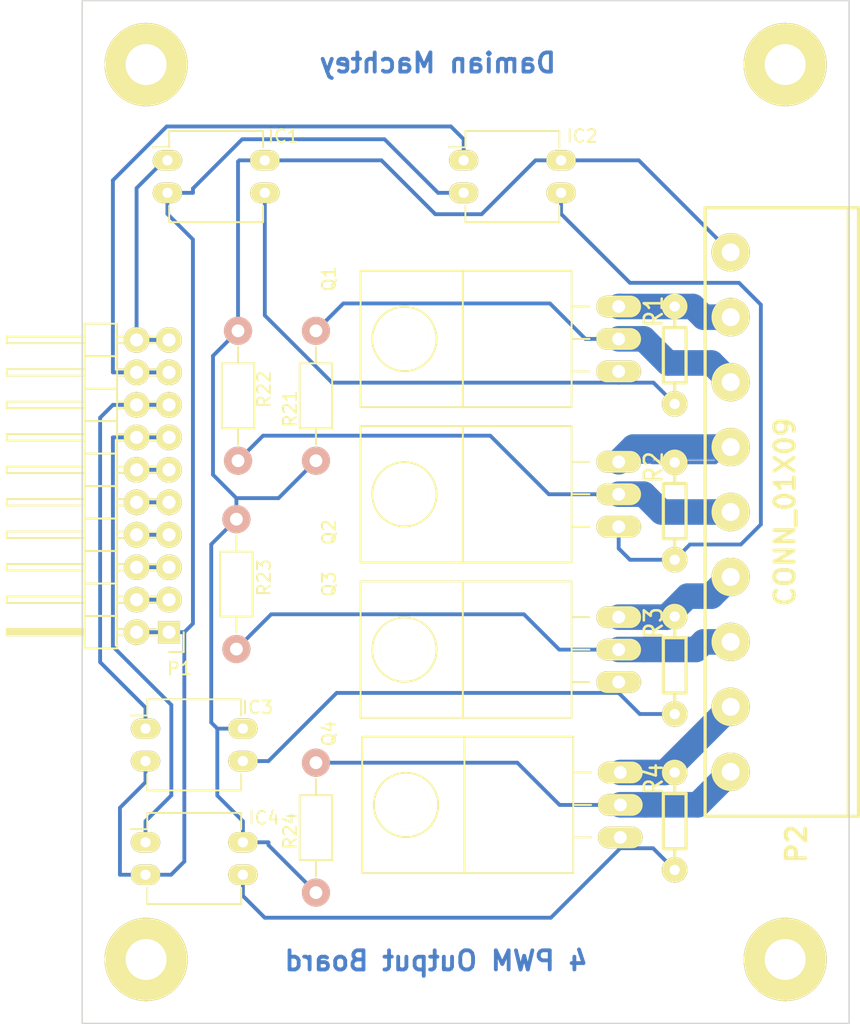
<source format=kicad_pcb>

(kicad_pcb
  (version 4)
  (host pcbnew "(2015-07-19 BZR 5960)-product")
  (general
    (links 50)
    (no_connects 0)
    (area 93.269475 28.22 170.438525 111.48)
    (thickness 1.6)
    (drawings 6)
    (tracks 177)
    (zones 0)
    (modules 22)
    (nets 24))
  (page A4)
  (title_block
    (title "4 FET Plugable Output Board")
    (date 2015-08-12))
  (layers
    (0 F.Cu signal)
    (31 B.Cu signal)
    (32 B.Adhes user)
    (33 F.Adhes user)
    (34 B.Paste user)
    (35 F.Paste user)
    (36 B.SilkS user)
    (37 F.SilkS user)
    (38 B.Mask user)
    (39 F.Mask user)
    (40 Dwgs.User user)
    (41 Cmts.User user)
    (42 Eco1.User user)
    (43 Eco2.User user)
    (44 Edge.Cuts user)
    (45 Margin user)
    (46 B.CrtYd user)
    (47 F.CrtYd user)
    (48 B.Fab user)
    (49 F.Fab user))
  (setup
    (last_trace_width 0.3)
    (trace_clearance 0.7)
    (zone_clearance 0.508)
    (zone_45_only no)
    (trace_min 0.2)
    (segment_width 0.2)
    (edge_width 0.1)
    (via_size 0.6)
    (via_drill 0.4)
    (via_min_size 0.4)
    (via_min_drill 0.3)
    (uvia_size 0.3)
    (uvia_drill 0.1)
    (uvias_allowed no)
    (uvia_min_size 0.2)
    (uvia_min_drill 0.1)
    (pcb_text_width 0.3)
    (pcb_text_size 1.5 1.5)
    (mod_edge_width 0.15)
    (mod_text_size 1 1)
    (mod_text_width 0.15)
    (pad_size 2 2)
    (pad_drill 1.016)
    (pad_to_mask_clearance 0)
    (aux_axis_origin 100.33 34.925)
    (grid_origin 100.584 34.925)
    (visible_elements FFFFFF7F)
    (pcbplotparams
      (layerselection 0x010f0_80000000)
      (usegerberextensions false)
      (excludeedgelayer true)
      (linewidth 0.1)
      (plotframeref false)
      (viasonmask false)
      (mode 1)
      (useauxorigin false)
      (hpglpennumber 1)
      (hpglpenspeed 20)
      (hpglpendiameter 15)
      (hpglpenoverlay 2)
      (psnegative false)
      (psa4output false)
      (plotreference true)
      (plotvalue true)
      (plotinvisibletext false)
      (padsonsilk false)
      (subtractmaskfromsilk false)
      (outputformat 1)
      (mirror false)
      (drillshape 0)
      (scaleselection 1)
      (outputdirectory /home/damian/tmp/gerberfiles/)))
  (net 0 "")
  (net 1 /in_1)
  (net 2 /GND)
  (net 3 "Net-(IC1-Pad3)")
  (net 4 /+12V)
  (net 5 /in_2)
  (net 6 "Net-(IC2-Pad3)")
  (net 7 /in_3)
  (net 8 "Net-(IC3-Pad3)")
  (net 9 /in_4)
  (net 10 "Net-(IC4-Pad3)")
  (net 11 /OUT_1)
  (net 12 /OUT_2)
  (net 13 /OUT_3)
  (net 14 /OUT_4)
  (net 15 "Net-(P1-Pad10)")
  (net 16 "Net-(P1-Pad11)")
  (net 17 /-12V_1)
  (net 18 /-12V_2)
  (net 19 /-12V_3)
  (net 20 /-12V_4)
  (net 21 /3.3V)
  (net 22 /GND12V)
  (net 23 /+12VDC)
  (net_class Default "This is the default net class."
    (clearance 0.7)
    (trace_width 0.3)
    (via_dia 0.6)
    (via_drill 0.4)
    (uvia_dia 0.3)
    (uvia_drill 0.1)
    (add_net /+12V)
    (add_net /+12VDC)
    (add_net /3.3V)
    (add_net /GND)
    (add_net /GND12V)
    (add_net /in_1)
    (add_net /in_2)
    (add_net /in_3)
    (add_net /in_4)
    (add_net "Net-(IC1-Pad3)")
    (add_net "Net-(IC2-Pad3)")
    (add_net "Net-(IC3-Pad3)")
    (add_net "Net-(IC4-Pad3)")
    (add_net "Net-(P1-Pad10)")
    (add_net "Net-(P1-Pad11)"))
  (net_class Power ""
    (clearance 0.2)
    (trace_width 2)
    (via_dia 0.6)
    (via_drill 0.4)
    (uvia_dia 0.3)
    (uvia_drill 0.1)
    (add_net /-12V_1)
    (add_net /-12V_2)
    (add_net /-12V_3)
    (add_net /-12V_4)
    (add_net /OUT_1)
    (add_net /OUT_2)
    (add_net /OUT_3)
    (add_net /OUT_4))
  (module Wire_Pads:SolderWirePad_single_2-5mmDrill
    (layer F.Cu)
    (tedit 55BFDA5E)
    (tstamp 55C454C5)
    (at 105.584 104.925)
    (fp_text reference OR4
      (at 0 -5.08)
      (layer F.SilkS) hide
      (effects
        (font
          (size 1 1)
          (thickness 0.15))))
    (fp_text value SolderWirePad_single_2-5mmDrill
      (at 1.27 5.08)
      (layer F.Fab) hide
      (effects
        (font
          (size 1 1)
          (thickness 0.15))))
    (pad 1 thru_hole circle
      (at 0 0)
      (size 6.5 6.5)
      (drill 3.2)
      (layers *.Cu *.Mask F.SilkS)))
  (module Wire_Pads:SolderWirePad_single_2-5mmDrill
    (layer F.Cu)
    (tedit 55BFDA6D)
    (tstamp 55C454BF)
    (at 155.584 104.925)
    (fp_text reference OR3
      (at 0 -5.08)
      (layer F.SilkS) hide
      (effects
        (font
          (size 1 1)
          (thickness 0.15))))
    (fp_text value SolderWirePad_single_2-5mmDrill
      (at 1.27 5.08)
      (layer F.Fab) hide
      (effects
        (font
          (size 1 1)
          (thickness 0.15))))
    (pad 1 thru_hole circle
      (at 0 0)
      (size 6.5 6.5)
      (drill 3.2)
      (layers *.Cu *.Mask F.SilkS)))
  (module Wire_Pads:SolderWirePad_single_2-5mmDrill
    (layer F.Cu)
    (tedit 55BFDA4C)
    (tstamp 55C454B6)
    (at 155.584 34.925)
    (fp_text reference OR2
      (at 0 -5.08)
      (layer F.SilkS) hide
      (effects
        (font
          (size 1 1)
          (thickness 0.15))))
    (fp_text value SolderWirePad_single_2-5mmDrill
      (at 1.27 5.08)
      (layer F.Fab) hide
      (effects
        (font
          (size 1 1)
          (thickness 0.15))))
    (pad 1 thru_hole circle
      (at 0 0)
      (size 6.5 6.5)
      (drill 3.2)
      (layers *.Cu *.Mask F.SilkS)))
  (module Housings_DIP:DIP-4_W7.62mm_LongPads placed
    (layer F.Cu)
    (tedit 55C27741)
    (tstamp 55BF2FFC)
    (at 107.252 42.418)
    (descr "4-lead dip package, row spacing 7.62 mm (300 mils), longer pads")
    (tags "dil dip 2.54 300")
    (path /55A81D51)
    (fp_text reference IC1
      (at 9.08 -1.905)
      (layer F.SilkS)
      (effects
        (font
          (size 1 1)
          (thickness 0.15))))
    (fp_text value PC817
      (at 0 -3.72)
      (layer F.Fab)
      (effects
        (font
          (size 1 1)
          (thickness 0.15))))
    (fp_line
      (start -1.4 -2.45)
      (end -1.4 5)
      (layer F.CrtYd)
      (width 0.05))
    (fp_line
      (start 9 -2.45)
      (end 9 5)
      (layer F.CrtYd)
      (width 0.05))
    (fp_line
      (start -1.4 -2.45)
      (end 9 -2.45)
      (layer F.CrtYd)
      (width 0.05))
    (fp_line
      (start -1.4 5)
      (end 9 5)
      (layer F.CrtYd)
      (width 0.05))
    (fp_line
      (start 0.135 -2.295)
      (end 0.135 -1.025)
      (layer F.SilkS)
      (width 0.15))
    (fp_line
      (start 7.485 -2.295)
      (end 7.485 -1.025)
      (layer F.SilkS)
      (width 0.15))
    (fp_line
      (start 7.485 4.835)
      (end 7.485 3.565)
      (layer F.SilkS)
      (width 0.15))
    (fp_line
      (start 0.135 4.835)
      (end 0.135 3.565)
      (layer F.SilkS)
      (width 0.15))
    (fp_line
      (start 0.135 -2.295)
      (end 7.485 -2.295)
      (layer F.SilkS)
      (width 0.15))
    (fp_line
      (start 0.135 4.835)
      (end 7.485 4.835)
      (layer F.SilkS)
      (width 0.15))
    (fp_line
      (start 0.135 -1.025)
      (end -1.15 -1.025)
      (layer F.SilkS)
      (width 0.15))
    (pad 1 thru_hole oval
      (at 0 0)
      (size 2.3 1.6)
      (drill 0.8)
      (layers *.Cu *.Mask F.SilkS)
      (net 1 /in_1))
    (pad 2 thru_hole oval
      (at 0 2.54)
      (size 2.3 1.6)
      (drill 0.8)
      (layers *.Cu *.Mask F.SilkS)
      (net 2 /GND))
    (pad 3 thru_hole oval
      (at 7.62 2.54)
      (size 2.3 1.6)
      (drill 0.8)
      (layers *.Cu *.Mask F.SilkS)
      (net 3 "Net-(IC1-Pad3)"))
    (pad 4 thru_hole oval
      (at 7.62 0)
      (size 2.3 1.6)
      (drill 0.8)
      (layers *.Cu *.Mask F.SilkS)
      (net 4 /+12V))
    (model Housings_DIP.3dshapes/DIP-4_W7.62mm_LongPads.wrl
      (at
        (xyz 0 0 0))
      (scale
        (xyz 1 1 1))
      (rotate
        (xyz 0 0 0))))
  (module Housings_DIP:DIP-4_W7.62mm_LongPads placed
    (layer F.Cu)
    (tedit 55C27745)
    (tstamp 55BF300F)
    (at 130.429 42.418)
    (descr "4-lead dip package, row spacing 7.62 mm (300 mils), longer pads")
    (tags "dil dip 2.54 300")
    (path /55BF39C8)
    (fp_text reference IC2
      (at 9.271 -1.905)
      (layer F.SilkS)
      (effects
        (font
          (size 1 1)
          (thickness 0.15))))
    (fp_text value PC817
      (at 0 -3.72)
      (layer F.Fab)
      (effects
        (font
          (size 1 1)
          (thickness 0.15))))
    (fp_line
      (start -1.4 -2.45)
      (end -1.4 5)
      (layer F.CrtYd)
      (width 0.05))
    (fp_line
      (start 9 -2.45)
      (end 9 5)
      (layer F.CrtYd)
      (width 0.05))
    (fp_line
      (start -1.4 -2.45)
      (end 9 -2.45)
      (layer F.CrtYd)
      (width 0.05))
    (fp_line
      (start -1.4 5)
      (end 9 5)
      (layer F.CrtYd)
      (width 0.05))
    (fp_line
      (start 0.135 -2.295)
      (end 0.135 -1.025)
      (layer F.SilkS)
      (width 0.15))
    (fp_line
      (start 7.485 -2.295)
      (end 7.485 -1.025)
      (layer F.SilkS)
      (width 0.15))
    (fp_line
      (start 7.485 4.835)
      (end 7.485 3.565)
      (layer F.SilkS)
      (width 0.15))
    (fp_line
      (start 0.135 4.835)
      (end 0.135 3.565)
      (layer F.SilkS)
      (width 0.15))
    (fp_line
      (start 0.135 -2.295)
      (end 7.485 -2.295)
      (layer F.SilkS)
      (width 0.15))
    (fp_line
      (start 0.135 4.835)
      (end 7.485 4.835)
      (layer F.SilkS)
      (width 0.15))
    (fp_line
      (start 0.135 -1.025)
      (end -1.15 -1.025)
      (layer F.SilkS)
      (width 0.15))
    (pad 1 thru_hole oval
      (at 0 0)
      (size 2.3 1.6)
      (drill 0.8)
      (layers *.Cu *.Mask F.SilkS)
      (net 5 /in_2))
    (pad 2 thru_hole oval
      (at 0 2.54)
      (size 2.3 1.6)
      (drill 0.8)
      (layers *.Cu *.Mask F.SilkS)
      (net 2 /GND))
    (pad 3 thru_hole oval
      (at 7.62 2.54)
      (size 2.3 1.6)
      (drill 0.8)
      (layers *.Cu *.Mask F.SilkS)
      (net 6 "Net-(IC2-Pad3)"))
    (pad 4 thru_hole oval
      (at 7.62 0)
      (size 2.3 1.6)
      (drill 0.8)
      (layers *.Cu *.Mask F.SilkS)
      (net 4 /+12V))
    (model Housings_DIP.3dshapes/DIP-4_W7.62mm_LongPads.wrl
      (at
        (xyz 0 0 0))
      (scale
        (xyz 1 1 1))
      (rotate
        (xyz 0 0 0))))
  (module Housings_DIP:DIP-4_W7.62mm_LongPads placed
    (layer F.Cu)
    (tedit 55C276BA)
    (tstamp 55BF3022)
    (at 105.537 86.868)
    (descr "4-lead dip package, row spacing 7.62 mm (300 mils), longer pads")
    (tags "dil dip 2.54 300")
    (path /55BF39C5)
    (fp_text reference IC3
      (at 8.763 -1.651)
      (layer F.SilkS)
      (effects
        (font
          (size 1 1)
          (thickness 0.15))))
    (fp_text value PC817
      (at 0 -3.72)
      (layer F.Fab)
      (effects
        (font
          (size 1 1)
          (thickness 0.15))))
    (fp_line
      (start -1.4 -2.45)
      (end -1.4 5)
      (layer F.CrtYd)
      (width 0.05))
    (fp_line
      (start 9 -2.45)
      (end 9 5)
      (layer F.CrtYd)
      (width 0.05))
    (fp_line
      (start -1.4 -2.45)
      (end 9 -2.45)
      (layer F.CrtYd)
      (width 0.05))
    (fp_line
      (start -1.4 5)
      (end 9 5)
      (layer F.CrtYd)
      (width 0.05))
    (fp_line
      (start 0.135 -2.295)
      (end 0.135 -1.025)
      (layer F.SilkS)
      (width 0.15))
    (fp_line
      (start 7.485 -2.295)
      (end 7.485 -1.025)
      (layer F.SilkS)
      (width 0.15))
    (fp_line
      (start 7.485 4.835)
      (end 7.485 3.565)
      (layer F.SilkS)
      (width 0.15))
    (fp_line
      (start 0.135 4.835)
      (end 0.135 3.565)
      (layer F.SilkS)
      (width 0.15))
    (fp_line
      (start 0.135 -2.295)
      (end 7.485 -2.295)
      (layer F.SilkS)
      (width 0.15))
    (fp_line
      (start 0.135 4.835)
      (end 7.485 4.835)
      (layer F.SilkS)
      (width 0.15))
    (fp_line
      (start 0.135 -1.025)
      (end -1.15 -1.025)
      (layer F.SilkS)
      (width 0.15))
    (pad 1 thru_hole oval
      (at 0 0)
      (size 2.3 1.6)
      (drill 0.8)
      (layers *.Cu *.Mask F.SilkS)
      (net 7 /in_3))
    (pad 2 thru_hole oval
      (at 0 2.54)
      (size 2.3 1.6)
      (drill 0.8)
      (layers *.Cu *.Mask F.SilkS)
      (net 2 /GND))
    (pad 3 thru_hole oval
      (at 7.62 2.54)
      (size 2.3 1.6)
      (drill 0.8)
      (layers *.Cu *.Mask F.SilkS)
      (net 8 "Net-(IC3-Pad3)"))
    (pad 4 thru_hole oval
      (at 7.62 0)
      (size 2.3 1.6)
      (drill 0.8)
      (layers *.Cu *.Mask F.SilkS)
      (net 4 /+12V))
    (model Housings_DIP.3dshapes/DIP-4_W7.62mm_LongPads.wrl
      (at
        (xyz 0 0 0))
      (scale
        (xyz 1 1 1))
      (rotate
        (xyz 0 0 0))))
  (module Housings_DIP:DIP-4_W7.62mm_LongPads placed
    (layer F.Cu)
    (tedit 55C276C0)
    (tstamp 55BF3035)
    (at 105.537 95.758)
    (descr "4-lead dip package, row spacing 7.62 mm (300 mils), longer pads")
    (tags "dil dip 2.54 300")
    (path /55B15546)
    (fp_text reference IC4
      (at 9.271 -1.905)
      (layer F.SilkS)
      (effects
        (font
          (size 1 1)
          (thickness 0.15))))
    (fp_text value PC817
      (at 0 -3.72)
      (layer F.Fab)
      (effects
        (font
          (size 1 1)
          (thickness 0.15))))
    (fp_line
      (start -1.4 -2.45)
      (end -1.4 5)
      (layer F.CrtYd)
      (width 0.05))
    (fp_line
      (start 9 -2.45)
      (end 9 5)
      (layer F.CrtYd)
      (width 0.05))
    (fp_line
      (start -1.4 -2.45)
      (end 9 -2.45)
      (layer F.CrtYd)
      (width 0.05))
    (fp_line
      (start -1.4 5)
      (end 9 5)
      (layer F.CrtYd)
      (width 0.05))
    (fp_line
      (start 0.135 -2.295)
      (end 0.135 -1.025)
      (layer F.SilkS)
      (width 0.15))
    (fp_line
      (start 7.485 -2.295)
      (end 7.485 -1.025)
      (layer F.SilkS)
      (width 0.15))
    (fp_line
      (start 7.485 4.835)
      (end 7.485 3.565)
      (layer F.SilkS)
      (width 0.15))
    (fp_line
      (start 0.135 4.835)
      (end 0.135 3.565)
      (layer F.SilkS)
      (width 0.15))
    (fp_line
      (start 0.135 -2.295)
      (end 7.485 -2.295)
      (layer F.SilkS)
      (width 0.15))
    (fp_line
      (start 0.135 4.835)
      (end 7.485 4.835)
      (layer F.SilkS)
      (width 0.15))
    (fp_line
      (start 0.135 -1.025)
      (end -1.15 -1.025)
      (layer F.SilkS)
      (width 0.15))
    (pad 1 thru_hole oval
      (at 0 0)
      (size 2.3 1.6)
      (drill 0.8)
      (layers *.Cu *.Mask F.SilkS)
      (net 9 /in_4))
    (pad 2 thru_hole oval
      (at 0 2.54)
      (size 2.3 1.6)
      (drill 0.8)
      (layers *.Cu *.Mask F.SilkS)
      (net 2 /GND))
    (pad 3 thru_hole oval
      (at 7.62 2.54)
      (size 2.3 1.6)
      (drill 0.8)
      (layers *.Cu *.Mask F.SilkS)
      (net 10 "Net-(IC4-Pad3)"))
    (pad 4 thru_hole oval
      (at 7.62 0)
      (size 2.3 1.6)
      (drill 0.8)
      (layers *.Cu *.Mask F.SilkS)
      (net 4 /+12V))
    (model Housings_DIP.3dshapes/DIP-4_W7.62mm_LongPads.wrl
      (at
        (xyz 0 0 0))
      (scale
        (xyz 1 1 1))
      (rotate
        (xyz 0 0 0))))
  (module Pin_Headers:Pin_Header_Angled_2x10
    (layer F.Cu)
    (tedit 55C276B7)
    (tstamp 55BF4A29)
    (at 107.378 79.325 180)
    (descr "Through hole pin header")
    (tags "pin header")
    (path /55BF4604)
    (fp_text reference P1
      (at -0.826 -2.844 180)
      (layer F.SilkS)
      (effects
        (font
          (size 1 1)
          (thickness 0.15))))
    (fp_text value CONN_02X10
      (at 0 -3.1 180)
      (layer F.Fab)
      (effects
        (font
          (size 1 1)
          (thickness 0.15))))
    (fp_line
      (start -1.35 -1.75)
      (end -1.35 24.65)
      (layer F.CrtYd)
      (width 0.05))
    (fp_line
      (start 13.2 -1.75)
      (end 13.2 24.65)
      (layer F.CrtYd)
      (width 0.05))
    (fp_line
      (start -1.35 -1.75)
      (end 13.2 -1.75)
      (layer F.CrtYd)
      (width 0.05))
    (fp_line
      (start -1.35 24.65)
      (end 13.2 24.65)
      (layer F.CrtYd)
      (width 0.05))
    (fp_line
      (start 1.524 -0.254)
      (end 1.016 -0.254)
      (layer F.SilkS)
      (width 0.15))
    (fp_line
      (start 1.524 0.254)
      (end 1.016 0.254)
      (layer F.SilkS)
      (width 0.15))
    (fp_line
      (start 1.524 23.114)
      (end 1.016 23.114)
      (layer F.SilkS)
      (width 0.15))
    (fp_line
      (start 1.524 22.606)
      (end 1.016 22.606)
      (layer F.SilkS)
      (width 0.15))
    (fp_line
      (start 1.524 17.526)
      (end 1.016 17.526)
      (layer F.SilkS)
      (width 0.15))
    (fp_line
      (start 1.524 18.034)
      (end 1.016 18.034)
      (layer F.SilkS)
      (width 0.15))
    (fp_line
      (start 1.524 20.066)
      (end 1.016 20.066)
      (layer F.SilkS)
      (width 0.15))
    (fp_line
      (start 1.524 20.574)
      (end 1.016 20.574)
      (layer F.SilkS)
      (width 0.15))
    (fp_line
      (start 1.524 15.494)
      (end 1.016 15.494)
      (layer F.SilkS)
      (width 0.15))
    (fp_line
      (start 1.524 14.986)
      (end 1.016 14.986)
      (layer F.SilkS)
      (width 0.15))
    (fp_line
      (start 1.524 12.954)
      (end 1.016 12.954)
      (layer F.SilkS)
      (width 0.15))
    (fp_line
      (start 1.524 12.446)
      (end 1.016 12.446)
      (layer F.SilkS)
      (width 0.15))
    (fp_line
      (start 1.524 2.286)
      (end 1.016 2.286)
      (layer F.SilkS)
      (width 0.15))
    (fp_line
      (start 1.524 2.794)
      (end 1.016 2.794)
      (layer F.SilkS)
      (width 0.15))
    (fp_line
      (start 1.524 4.826)
      (end 1.016 4.826)
      (layer F.SilkS)
      (width 0.15))
    (fp_line
      (start 1.524 5.334)
      (end 1.016 5.334)
      (layer F.SilkS)
      (width 0.15))
    (fp_line
      (start 1.524 10.414)
      (end 1.016 10.414)
      (layer F.SilkS)
      (width 0.15))
    (fp_line
      (start 1.524 9.906)
      (end 1.016 9.906)
      (layer F.SilkS)
      (width 0.15))
    (fp_line
      (start 1.524 7.874)
      (end 1.016 7.874)
      (layer F.SilkS)
      (width 0.15))
    (fp_line
      (start 1.524 7.366)
      (end 1.016 7.366)
      (layer F.SilkS)
      (width 0.15))
    (fp_line
      (start 4.064 23.114)
      (end 3.556 23.114)
      (layer F.SilkS)
      (width 0.15))
    (fp_line
      (start 4.064 22.606)
      (end 3.556 22.606)
      (layer F.SilkS)
      (width 0.15))
    (fp_line
      (start 4.064 20.574)
      (end 3.556 20.574)
      (layer F.SilkS)
      (width 0.15))
    (fp_line
      (start 4.064 20.066)
      (end 3.556 20.066)
      (layer F.SilkS)
      (width 0.15))
    (fp_line
      (start 4.064 14.986)
      (end 3.556 14.986)
      (layer F.SilkS)
      (width 0.15))
    (fp_line
      (start 4.064 15.494)
      (end 3.556 15.494)
      (layer F.SilkS)
      (width 0.15))
    (fp_line
      (start 4.064 17.526)
      (end 3.556 17.526)
      (layer F.SilkS)
      (width 0.15))
    (fp_line
      (start 4.064 18.034)
      (end 3.556 18.034)
      (layer F.SilkS)
      (width 0.15))
    (fp_line
      (start 4.064 12.954)
      (end 3.556 12.954)
      (layer F.SilkS)
      (width 0.15))
    (fp_line
      (start 4.064 12.446)
      (end 3.556 12.446)
      (layer F.SilkS)
      (width 0.15))
    (fp_line
      (start 4.064 10.414)
      (end 3.556 10.414)
      (layer F.SilkS)
      (width 0.15))
    (fp_line
      (start 4.064 9.906)
      (end 3.556 9.906)
      (layer F.SilkS)
      (width 0.15))
    (fp_line
      (start 4.064 -0.254)
      (end 3.556 -0.254)
      (layer F.SilkS)
      (width 0.15))
    (fp_line
      (start 4.064 0.254)
      (end 3.556 0.254)
      (layer F.SilkS)
      (width 0.15))
    (fp_line
      (start 4.064 2.286)
      (end 3.556 2.286)
      (layer F.SilkS)
      (width 0.15))
    (fp_line
      (start 4.064 2.794)
      (end 3.556 2.794)
      (layer F.SilkS)
      (width 0.15))
    (fp_line
      (start 4.064 7.874)
      (end 3.556 7.874)
      (layer F.SilkS)
      (width 0.15))
    (fp_line
      (start 4.064 7.366)
      (end 3.556 7.366)
      (layer F.SilkS)
      (width 0.15))
    (fp_line
      (start 4.064 5.334)
      (end 3.556 5.334)
      (layer F.SilkS)
      (width 0.15))
    (fp_line
      (start 4.064 4.826)
      (end 3.556 4.826)
      (layer F.SilkS)
      (width 0.15))
    (fp_line
      (start 0 -1.55)
      (end -1.15 -1.55)
      (layer F.SilkS)
      (width 0.15))
    (fp_line
      (start -1.15 -1.55)
      (end -1.15 0)
      (layer F.SilkS)
      (width 0.15))
    (fp_line
      (start 6.604 -0.127)
      (end 12.573 -0.127)
      (layer F.SilkS)
      (width 0.15))
    (fp_line
      (start 12.573 -0.127)
      (end 12.573 0.127)
      (layer F.SilkS)
      (width 0.15))
    (fp_line
      (start 12.573 0.127)
      (end 6.731 0.127)
      (layer F.SilkS)
      (width 0.15))
    (fp_line
      (start 6.731 0.127)
      (end 6.731 0)
      (layer F.SilkS)
      (width 0.15))
    (fp_line
      (start 6.731 0)
      (end 12.573 0)
      (layer F.SilkS)
      (width 0.15))
    (fp_line
      (start 4.064 19.05)
      (end 6.604 19.05)
      (layer F.SilkS)
      (width 0.15))
    (fp_line
      (start 4.064 19.05)
      (end 4.064 21.59)
      (layer F.SilkS)
      (width 0.15))
    (fp_line
      (start 4.064 21.59)
      (end 6.604 21.59)
      (layer F.SilkS)
      (width 0.15))
    (fp_line
      (start 6.604 20.066)
      (end 12.7 20.066)
      (layer F.SilkS)
      (width 0.15))
    (fp_line
      (start 12.7 20.066)
      (end 12.7 20.574)
      (layer F.SilkS)
      (width 0.15))
    (fp_line
      (start 12.7 20.574)
      (end 6.604 20.574)
      (layer F.SilkS)
      (width 0.15))
    (fp_line
      (start 6.604 21.59)
      (end 6.604 19.05)
      (layer F.SilkS)
      (width 0.15))
    (fp_line
      (start 6.604 24.13)
      (end 6.604 21.59)
      (layer F.SilkS)
      (width 0.15))
    (fp_line
      (start 12.7 23.114)
      (end 6.604 23.114)
      (layer F.SilkS)
      (width 0.15))
    (fp_line
      (start 12.7 22.606)
      (end 12.7 23.114)
      (layer F.SilkS)
      (width 0.15))
    (fp_line
      (start 6.604 22.606)
      (end 12.7 22.606)
      (layer F.SilkS)
      (width 0.15))
    (fp_line
      (start 4.064 21.59)
      (end 4.064 24.13)
      (layer F.SilkS)
      (width 0.15))
    (fp_line
      (start 4.064 21.59)
      (end 6.604 21.59)
      (layer F.SilkS)
      (width 0.15))
    (fp_line
      (start 4.064 24.13)
      (end 6.604 24.13)
      (layer F.SilkS)
      (width 0.15))
    (fp_line
      (start 4.064 8.89)
      (end 6.604 8.89)
      (layer F.SilkS)
      (width 0.15))
    (fp_line
      (start 4.064 8.89)
      (end 4.064 11.43)
      (layer F.SilkS)
      (width 0.15))
    (fp_line
      (start 4.064 11.43)
      (end 6.604 11.43)
      (layer F.SilkS)
      (width 0.15))
    (fp_line
      (start 6.604 9.906)
      (end 12.7 9.906)
      (layer F.SilkS)
      (width 0.15))
    (fp_line
      (start 12.7 9.906)
      (end 12.7 10.414)
      (layer F.SilkS)
      (width 0.15))
    (fp_line
      (start 12.7 10.414)
      (end 6.604 10.414)
      (layer F.SilkS)
      (width 0.15))
    (fp_line
      (start 6.604 11.43)
      (end 6.604 8.89)
      (layer F.SilkS)
      (width 0.15))
    (fp_line
      (start 6.604 13.97)
      (end 6.604 11.43)
      (layer F.SilkS)
      (width 0.15))
    (fp_line
      (start 12.7 12.954)
      (end 6.604 12.954)
      (layer F.SilkS)
      (width 0.15))
    (fp_line
      (start 12.7 12.446)
      (end 12.7 12.954)
      (layer F.SilkS)
      (width 0.15))
    (fp_line
      (start 6.604 12.446)
      (end 12.7 12.446)
      (layer F.SilkS)
      (width 0.15))
    (fp_line
      (start 4.064 13.97)
      (end 6.604 13.97)
      (layer F.SilkS)
      (width 0.15))
    (fp_line
      (start 4.064 11.43)
      (end 4.064 13.97)
      (layer F.SilkS)
      (width 0.15))
    (fp_line
      (start 4.064 11.43)
      (end 6.604 11.43)
      (layer F.SilkS)
      (width 0.15))
    (fp_line
      (start 4.064 16.51)
      (end 6.604 16.51)
      (layer F.SilkS)
      (width 0.15))
    (fp_line
      (start 4.064 16.51)
      (end 4.064 19.05)
      (layer F.SilkS)
      (width 0.15))
    (fp_line
      (start 4.064 19.05)
      (end 6.604 19.05)
      (layer F.SilkS)
      (width 0.15))
    (fp_line
      (start 6.604 17.526)
      (end 12.7 17.526)
      (layer F.SilkS)
      (width 0.15))
    (fp_line
      (start 12.7 17.526)
      (end 12.7 18.034)
      (layer F.SilkS)
      (width 0.15))
    (fp_line
      (start 12.7 18.034)
      (end 6.604 18.034)
      (layer F.SilkS)
      (width 0.15))
    (fp_line
      (start 6.604 19.05)
      (end 6.604 16.51)
      (layer F.SilkS)
      (width 0.15))
    (fp_line
      (start 6.604 16.51)
      (end 6.604 13.97)
      (layer F.SilkS)
      (width 0.15))
    (fp_line
      (start 12.7 15.494)
      (end 6.604 15.494)
      (layer F.SilkS)
      (width 0.15))
    (fp_line
      (start 12.7 14.986)
      (end 12.7 15.494)
      (layer F.SilkS)
      (width 0.15))
    (fp_line
      (start 6.604 14.986)
      (end 12.7 14.986)
      (layer F.SilkS)
      (width 0.15))
    (fp_line
      (start 4.064 16.51)
      (end 6.604 16.51)
      (layer F.SilkS)
      (width 0.15))
    (fp_line
      (start 4.064 13.97)
      (end 4.064 16.51)
      (layer F.SilkS)
      (width 0.15))
    (fp_line
      (start 4.064 13.97)
      (end 6.604 13.97)
      (layer F.SilkS)
      (width 0.15))
    (fp_line
      (start 4.064 3.81)
      (end 6.604 3.81)
      (layer F.SilkS)
      (width 0.15))
    (fp_line
      (start 4.064 3.81)
      (end 4.064 6.35)
      (layer F.SilkS)
      (width 0.15))
    (fp_line
      (start 4.064 6.35)
      (end 6.604 6.35)
      (layer F.SilkS)
      (width 0.15))
    (fp_line
      (start 6.604 4.826)
      (end 12.7 4.826)
      (layer F.SilkS)
      (width 0.15))
    (fp_line
      (start 12.7 4.826)
      (end 12.7 5.334)
      (layer F.SilkS)
      (width 0.15))
    (fp_line
      (start 12.7 5.334)
      (end 6.604 5.334)
      (layer F.SilkS)
      (width 0.15))
    (fp_line
      (start 6.604 6.35)
      (end 6.604 3.81)
      (layer F.SilkS)
      (width 0.15))
    (fp_line
      (start 6.604 8.89)
      (end 6.604 6.35)
      (layer F.SilkS)
      (width 0.15))
    (fp_line
      (start 12.7 7.874)
      (end 6.604 7.874)
      (layer F.SilkS)
      (width 0.15))
    (fp_line
      (start 12.7 7.366)
      (end 12.7 7.874)
      (layer F.SilkS)
      (width 0.15))
    (fp_line
      (start 6.604 7.366)
      (end 12.7 7.366)
      (layer F.SilkS)
      (width 0.15))
    (fp_line
      (start 4.064 8.89)
      (end 6.604 8.89)
      (layer F.SilkS)
      (width 0.15))
    (fp_line
      (start 4.064 6.35)
      (end 4.064 8.89)
      (layer F.SilkS)
      (width 0.15))
    (fp_line
      (start 4.064 6.35)
      (end 6.604 6.35)
      (layer F.SilkS)
      (width 0.15))
    (fp_line
      (start 4.064 1.27)
      (end 6.604 1.27)
      (layer F.SilkS)
      (width 0.15))
    (fp_line
      (start 4.064 1.27)
      (end 4.064 3.81)
      (layer F.SilkS)
      (width 0.15))
    (fp_line
      (start 4.064 3.81)
      (end 6.604 3.81)
      (layer F.SilkS)
      (width 0.15))
    (fp_line
      (start 6.604 2.286)
      (end 12.7 2.286)
      (layer F.SilkS)
      (width 0.15))
    (fp_line
      (start 12.7 2.286)
      (end 12.7 2.794)
      (layer F.SilkS)
      (width 0.15))
    (fp_line
      (start 12.7 2.794)
      (end 6.604 2.794)
      (layer F.SilkS)
      (width 0.15))
    (fp_line
      (start 6.604 3.81)
      (end 6.604 1.27)
      (layer F.SilkS)
      (width 0.15))
    (fp_line
      (start 6.604 1.27)
      (end 6.604 -1.27)
      (layer F.SilkS)
      (width 0.15))
    (fp_line
      (start 12.7 0.254)
      (end 6.604 0.254)
      (layer F.SilkS)
      (width 0.15))
    (fp_line
      (start 12.7 -0.254)
      (end 12.7 0.254)
      (layer F.SilkS)
      (width 0.15))
    (fp_line
      (start 6.604 -0.254)
      (end 12.7 -0.254)
      (layer F.SilkS)
      (width 0.15))
    (fp_line
      (start 4.064 1.27)
      (end 6.604 1.27)
      (layer F.SilkS)
      (width 0.15))
    (fp_line
      (start 4.064 -1.27)
      (end 4.064 1.27)
      (layer F.SilkS)
      (width 0.15))
    (fp_line
      (start 4.064 -1.27)
      (end 6.604 -1.27)
      (layer F.SilkS)
      (width 0.15))
    (pad 1 thru_hole rect
      (at 0 0 180)
      (size 1.7272 1.7272)
      (drill 1.016)
      (layers *.Cu *.Mask F.SilkS)
      (net 2 /GND))
    (pad 2 thru_hole oval
      (at 2.54 0 180)
      (size 2 2)
      (drill 1.016)
      (layers *.Cu *.Mask F.SilkS)
      (net 2 /GND))
    (pad 3 thru_hole oval
      (at 0 2.54 180)
      (size 2 2)
      (drill 1.016)
      (layers *.Cu *.Mask F.SilkS)
      (net 21 /3.3V))
    (pad 4 thru_hole oval
      (at 2.54 2.54 180)
      (size 2 2)
      (drill 1.016)
      (layers *.Cu *.Mask F.SilkS)
      (net 21 /3.3V))
    (pad 5 thru_hole oval
      (at 0 5.08 180)
      (size 2 2)
      (drill 1.016)
      (layers *.Cu *.Mask F.SilkS)
      (net 22 /GND12V))
    (pad 6 thru_hole oval
      (at 2.54 5.08 180)
      (size 2 2)
      (drill 1.016)
      (layers *.Cu *.Mask F.SilkS)
      (net 22 /GND12V))
    (pad 7 thru_hole oval
      (at 0 7.62 180)
      (size 2 2)
      (drill 1.016)
      (layers *.Cu *.Mask F.SilkS)
      (net 23 /+12VDC))
    (pad 8 thru_hole oval
      (at 2.54 7.62 180)
      (size 2 2)
      (drill 1.016)
      (layers *.Cu *.Mask F.SilkS)
      (net 23 /+12VDC))
    (pad 9 thru_hole oval
      (at 0 10.16 180)
      (size 2 2)
      (drill 1.016)
      (layers *.Cu *.Mask F.SilkS)
      (net 15 "Net-(P1-Pad10)"))
    (pad 10 thru_hole oval
      (at 2.54 10.16 180)
      (size 2 2)
      (drill 1.016)
      (layers *.Cu *.Mask F.SilkS)
      (net 15 "Net-(P1-Pad10)"))
    (pad 11 thru_hole oval
      (at 0 12.7 180)
      (size 2 2)
      (drill 1.016)
      (layers *.Cu *.Mask F.SilkS)
      (net 16 "Net-(P1-Pad11)"))
    (pad 12 thru_hole oval
      (at 2.54 12.7 180)
      (size 2 2)
      (drill 1.016)
      (layers *.Cu *.Mask F.SilkS)
      (net 16 "Net-(P1-Pad11)"))
    (pad 13 thru_hole oval
      (at 0 15.24 180)
      (size 2 2)
      (drill 1.016)
      (layers *.Cu *.Mask F.SilkS)
      (net 9 /in_4))
    (pad 14 thru_hole oval
      (at 2.54 15.24 180)
      (size 2 2)
      (drill 1.016)
      (layers *.Cu *.Mask F.SilkS)
      (net 9 /in_4))
    (pad 15 thru_hole oval
      (at 0 17.78 180)
      (size 2 2)
      (drill 1.016)
      (layers *.Cu *.Mask F.SilkS)
      (net 7 /in_3))
    (pad 16 thru_hole oval
      (at 2.54 17.78 180)
      (size 2 2)
      (drill 1.016)
      (layers *.Cu *.Mask F.SilkS)
      (net 7 /in_3))
    (pad 17 thru_hole oval
      (at 0 20.32 180)
      (size 2 2)
      (drill 1.016)
      (layers *.Cu *.Mask F.SilkS)
      (net 5 /in_2))
    (pad 18 thru_hole oval
      (at 2.54 20.32 180)
      (size 2 2)
      (drill 1.016)
      (layers *.Cu *.Mask F.SilkS)
      (net 5 /in_2))
    (pad 19 thru_hole oval
      (at 0 22.86 180)
      (size 2 2)
      (drill 1.016)
      (layers *.Cu *.Mask F.SilkS)
      (net 1 /in_1))
    (pad 20 thru_hole oval
      (at 2.54 22.86 180)
      (size 2 2)
      (drill 1.016)
      (layers *.Cu *.Mask F.SilkS)
      (net 1 /in_1))
    (model Pin_Headers.3dshapes/Pin_Header_Angled_2x10.wrl
      (at
        (xyz 0.05 -0.45 0))
      (scale
        (xyz 1 1 1))
      (rotate
        (xyz 0 0 90))))
  (module w_conn_screw:mstba_2,5%2f9-g-5,08
    (layer F.Cu)
    (tedit 55C2771D)
    (tstamp 55BF4ACA)
    (at 151.32 69.925 270)
    (descr "Terminal block 2 pins, Phoenix MSTBA 2,5/9-G-5,08")
    (path /55BF2D0C)
    (fp_text reference P2
      (at 25.96 -5.144 270)
      (layer F.SilkS)
      (effects
        (font
          (thickness 0.3048))))
    (fp_text value CONN_01X09
      (at 0 -4.24942 270)
      (layer F.SilkS)
      (effects
        (font
          (thickness 0.3048))))
    (fp_line
      (start -23.7998 -9.19988)
      (end 23.7998 -9.19988)
      (layer F.SilkS)
      (width 0.254))
    (fp_line
      (start -23.7998 1.99898)
      (end 23.7998 1.99898)
      (layer F.SilkS)
      (width 0.254))
    (fp_line
      (start 23.7998 1.99898)
      (end 23.7998 -9.99998)
      (layer F.SilkS)
      (width 0.254))
    (fp_line
      (start 23.7998 -9.99998)
      (end -23.7998 -9.99998)
      (layer F.SilkS)
      (width 0.254))
    (fp_line
      (start -23.7998 -9.99998)
      (end -23.7998 1.99898)
      (layer F.SilkS)
      (width 0.254))
    (pad 1 thru_hole circle
      (at -20.32 0 270)
      (size 2.99974 2.99974)
      (drill 1.39954)
      (layers *.Cu *.Mask F.SilkS)
      (net 4 /+12V))
    (pad 2 thru_hole circle
      (at -15.24 0 270)
      (size 2.99974 2.99974)
      (drill 1.39954)
      (layers *.Cu *.Mask F.SilkS)
      (net 17 /-12V_1))
    (pad 4 thru_hole circle
      (at -5.08 0 270)
      (size 2.99974 2.99974)
      (drill 1.39954)
      (layers *.Cu *.Mask F.SilkS)
      (net 18 /-12V_2))
    (pad 3 thru_hole circle
      (at -10.16 0 270)
      (size 2.99974 2.99974)
      (drill 1.39954)
      (layers *.Cu *.Mask F.SilkS)
      (net 11 /OUT_1))
    (pad 5 thru_hole circle
      (at 0 0 270)
      (size 2.99974 2.99974)
      (drill 1.39954)
      (layers *.Cu *.Mask F.SilkS)
      (net 12 /OUT_2))
    (pad 6 thru_hole circle
      (at 5.08 0 270)
      (size 2.99974 2.99974)
      (drill 1.39954)
      (layers *.Cu *.Mask F.SilkS)
      (net 19 /-12V_3))
    (pad 7 thru_hole circle
      (at 10.16 0 270)
      (size 2.99974 2.99974)
      (drill 1.39954)
      (layers *.Cu *.Mask F.SilkS)
      (net 13 /OUT_3))
    (pad 8 thru_hole circle
      (at 15.24 0 270)
      (size 2.99974 2.99974)
      (drill 1.39954)
      (layers *.Cu *.Mask F.SilkS)
      (net 20 /-12V_4))
    (pad 9 thru_hole circle
      (at 20.32 0 270)
      (size 2.99974 2.99974)
      (drill 1.39954)
      (layers *.Cu *.Mask F.SilkS)
      (net 14 /OUT_4))
    (model walter/conn_screw/mstba_2,5-9-g-5,08.wrl
      (at
        (xyz 0 0 0))
      (scale
        (xyz 1 1 1))
      (rotate
        (xyz 0 0 0))))
  (module custom:Resistor_H_RM10mm
    (layer F.Cu)
    (tedit 55C276A4)
    (tstamp 55BF68AA)
    (at 118.872 60.833 90)
    (descr "Resistor, Axial,  RM 10mm, 1/3W,")
    (tags "Resistor, Axial, RM 10mm, 1/3W,")
    (path /55BF39C7)
    (fp_text reference R21
      (at -1.016 -2.032 90)
      (layer F.SilkS)
      (effects
        (font
          (size 1 1)
          (thickness 0.15))))
    (fp_text value 100k
      (at 0.9271 0.6731 90)
      (layer F.Fab)
      (effects
        (font
          (size 1 1)
          (thickness 0.15))))
    (fp_line
      (start -2.54 -1.27)
      (end 2.54 -1.27)
      (layer F.SilkS)
      (width 0.15))
    (fp_line
      (start 2.54 -1.27)
      (end 2.54 1.27)
      (layer F.SilkS)
      (width 0.15))
    (fp_line
      (start 2.54 1.27)
      (end -2.54 1.27)
      (layer F.SilkS)
      (width 0.15))
    (fp_line
      (start -2.54 1.27)
      (end -2.54 -1.27)
      (layer F.SilkS)
      (width 0.15))
    (fp_line
      (start -2.54 0)
      (end -3.81 0)
      (layer F.SilkS)
      (width 0.15))
    (fp_line
      (start 2.54 0)
      (end 3.81 0)
      (layer F.SilkS)
      (width 0.15))
    (pad 1 thru_hole circle
      (at -5.08 0 90)
      (size 2.2 2.2)
      (drill 1.00076)
      (layers *.Cu *.SilkS *.Mask)
      (net 4 /+12V))
    (pad 2 thru_hole circle
      (at 5.08 0 90)
      (size 2.2 2.2)
      (drill 1.00076)
      (layers *.Cu *.SilkS *.Mask)
      (net 11 /OUT_1))
    (model Resistors_ThroughHole.3dshapes/Resistor_Horizontal_RM10mm.wrl
      (at
        (xyz 0 0 0))
      (scale
        (xyz 0.4 0.4 0.4))
      (rotate
        (xyz 0 0 0))))
  (module custom:Resistor_H_RM10mm
    (layer F.Cu)
    (tedit 55C276A8)
    (tstamp 55BF68B6)
    (at 112.776 60.833 270)
    (descr "Resistor, Axial,  RM 10mm, 1/3W,")
    (tags "Resistor, Axial, RM 10mm, 1/3W,")
    (path /55BF39CA)
    (fp_text reference R22
      (at -0.508 -2.032 270)
      (layer F.SilkS)
      (effects
        (font
          (size 1 1)
          (thickness 0.15))))
    (fp_text value 100k
      (at 0.9271 0.6731 270)
      (layer F.Fab)
      (effects
        (font
          (size 1 1)
          (thickness 0.15))))
    (fp_line
      (start -2.54 -1.27)
      (end 2.54 -1.27)
      (layer F.SilkS)
      (width 0.15))
    (fp_line
      (start 2.54 -1.27)
      (end 2.54 1.27)
      (layer F.SilkS)
      (width 0.15))
    (fp_line
      (start 2.54 1.27)
      (end -2.54 1.27)
      (layer F.SilkS)
      (width 0.15))
    (fp_line
      (start -2.54 1.27)
      (end -2.54 -1.27)
      (layer F.SilkS)
      (width 0.15))
    (fp_line
      (start -2.54 0)
      (end -3.81 0)
      (layer F.SilkS)
      (width 0.15))
    (fp_line
      (start 2.54 0)
      (end 3.81 0)
      (layer F.SilkS)
      (width 0.15))
    (pad 1 thru_hole circle
      (at -5.08 0 270)
      (size 2.2 2.2)
      (drill 1.00076)
      (layers *.Cu *.SilkS *.Mask)
      (net 4 /+12V))
    (pad 2 thru_hole circle
      (at 5.08 0 270)
      (size 2.2 2.2)
      (drill 1.00076)
      (layers *.Cu *.SilkS *.Mask)
      (net 12 /OUT_2))
    (model Resistors_ThroughHole.3dshapes/Resistor_Horizontal_RM10mm.wrl
      (at
        (xyz 0 0 0))
      (scale
        (xyz 0.4 0.4 0.4))
      (rotate
        (xyz 0 0 0))))
  (module custom:Resistor_H_RM10mm
    (layer F.Cu)
    (tedit 55C276AE)
    (tstamp 55BF68C2)
    (at 112.649 75.565 270)
    (descr "Resistor, Axial,  RM 10mm, 1/3W,")
    (tags "Resistor, Axial, RM 10mm, 1/3W,")
    (path /55B150FC)
    (fp_text reference R23
      (at -0.508 -2.159 270)
      (layer F.SilkS)
      (effects
        (font
          (size 1 1)
          (thickness 0.15))))
    (fp_text value 100k
      (at 0.9271 0.6731 270)
      (layer F.Fab)
      (effects
        (font
          (size 1 1)
          (thickness 0.15))))
    (fp_line
      (start -2.54 -1.27)
      (end 2.54 -1.27)
      (layer F.SilkS)
      (width 0.15))
    (fp_line
      (start 2.54 -1.27)
      (end 2.54 1.27)
      (layer F.SilkS)
      (width 0.15))
    (fp_line
      (start 2.54 1.27)
      (end -2.54 1.27)
      (layer F.SilkS)
      (width 0.15))
    (fp_line
      (start -2.54 1.27)
      (end -2.54 -1.27)
      (layer F.SilkS)
      (width 0.15))
    (fp_line
      (start -2.54 0)
      (end -3.81 0)
      (layer F.SilkS)
      (width 0.15))
    (fp_line
      (start 2.54 0)
      (end 3.81 0)
      (layer F.SilkS)
      (width 0.15))
    (pad 1 thru_hole circle
      (at -5.08 0 270)
      (size 2.2 2.2)
      (drill 1.00076)
      (layers *.Cu *.SilkS *.Mask)
      (net 4 /+12V))
    (pad 2 thru_hole circle
      (at 5.08 0 270)
      (size 2.2 2.2)
      (drill 1.00076)
      (layers *.Cu *.SilkS *.Mask)
      (net 13 /OUT_3))
    (model Resistors_ThroughHole.3dshapes/Resistor_Horizontal_RM10mm.wrl
      (at
        (xyz 0 0 0))
      (scale
        (xyz 0.4 0.4 0.4))
      (rotate
        (xyz 0 0 0))))
  (module custom:Resistor_H_RM10mm
    (layer F.Cu)
    (tedit 55C276C9)
    (tstamp 55BF68CE)
    (at 118.872 94.615 90)
    (descr "Resistor, Axial,  RM 10mm, 1/3W,")
    (tags "Resistor, Axial, RM 10mm, 1/3W,")
    (path /55B1556F)
    (fp_text reference R24
      (at -0.254 -2.032 90)
      (layer F.SilkS)
      (effects
        (font
          (size 1 1)
          (thickness 0.15))))
    (fp_text value 100k
      (at 0.9271 0.6731 90)
      (layer F.Fab)
      (effects
        (font
          (size 1 1)
          (thickness 0.15))))
    (fp_line
      (start -2.54 -1.27)
      (end 2.54 -1.27)
      (layer F.SilkS)
      (width 0.15))
    (fp_line
      (start 2.54 -1.27)
      (end 2.54 1.27)
      (layer F.SilkS)
      (width 0.15))
    (fp_line
      (start 2.54 1.27)
      (end -2.54 1.27)
      (layer F.SilkS)
      (width 0.15))
    (fp_line
      (start -2.54 1.27)
      (end -2.54 -1.27)
      (layer F.SilkS)
      (width 0.15))
    (fp_line
      (start -2.54 0)
      (end -3.81 0)
      (layer F.SilkS)
      (width 0.15))
    (fp_line
      (start 2.54 0)
      (end 3.81 0)
      (layer F.SilkS)
      (width 0.15))
    (pad 1 thru_hole circle
      (at -5.08 0 90)
      (size 2.2 2.2)
      (drill 1.00076)
      (layers *.Cu *.SilkS *.Mask)
      (net 4 /+12V))
    (pad 2 thru_hole circle
      (at 5.08 0 90)
      (size 2.2 2.2)
      (drill 1.00076)
      (layers *.Cu *.SilkS *.Mask)
      (net 14 /OUT_4))
    (model Resistors_ThroughHole.3dshapes/Resistor_Horizontal_RM10mm.wrl
      (at
        (xyz 0 0 0))
      (scale
        (xyz 0.4 0.4 0.4))
      (rotate
        (xyz 0 0 0))))
  (module Wire_Pads:SolderWirePad_single_2-5mmDrill
    (layer F.Cu)
    (tedit 55BFDA24)
    (tstamp 55C454A0)
    (at 105.584 34.925)
    (fp_text reference OR1
      (at 0 -5.08)
      (layer F.SilkS) hide
      (effects
        (font
          (size 1 1)
          (thickness 0.15))))
    (fp_text value SolderWirePad_single_2-5mmDrill
      (at 1.27 5.08)
      (layer F.Fab) hide
      (effects
        (font
          (size 1 1)
          (thickness 0.15))))
    (pad 1 thru_hole circle
      (at 0 0)
      (size 6.5 6.5)
      (drill 3.2)
      (layers *.Cu *.Mask F.SilkS)))
  (module Transistors_TO-220:TO-220_Neutral123_Horizontal_LargePads
    (layer F.Cu)
    (tedit 55C27695)
    (tstamp 55C07833)
    (at 142.557 56.3874 90)
    (descr "TO-220, Neutral, Horizontal, Large Pads,")
    (tags "TO-220, Neutral, Horizontal, Large Pads,")
    (path /55BF81D0)
    (fp_text reference Q1
      (at 4.6984 -22.669 90)
      (layer F.SilkS)
      (effects
        (font
          (size 1 1)
          (thickness 0.15))))
    (fp_text value IRF540N
      (at 0.1264 -5.143 90)
      (layer F.Fab)
      (effects
        (font
          (size 1 1)
          (thickness 0.15))))
    (fp_line
      (start -2.54 -3.683)
      (end -2.54 -2.286)
      (layer F.SilkS)
      (width 0.15))
    (fp_line
      (start 0 -3.683)
      (end 0 -2.286)
      (layer F.SilkS)
      (width 0.15))
    (fp_line
      (start 2.54 -3.683)
      (end 2.54 -2.286)
      (layer F.SilkS)
      (width 0.15))
    (fp_line
      (start 5.334 -12.192)
      (end 5.334 -20.193)
      (layer F.SilkS)
      (width 0.15))
    (fp_line
      (start 5.334 -20.193)
      (end -5.334 -20.193)
      (layer F.SilkS)
      (width 0.15))
    (fp_line
      (start -5.334 -20.193)
      (end -5.334 -12.192)
      (layer F.SilkS)
      (width 0.15))
    (fp_line
      (start 5.334 -3.683)
      (end 5.334 -12.192)
      (layer F.SilkS)
      (width 0.15))
    (fp_line
      (start 5.334 -12.192)
      (end -5.334 -12.192)
      (layer F.SilkS)
      (width 0.15))
    (fp_line
      (start -5.334 -12.192)
      (end -5.334 -3.683)
      (layer F.SilkS)
      (width 0.15))
    (fp_line
      (start 0 -3.683)
      (end -5.334 -3.683)
      (layer F.SilkS)
      (width 0.15))
    (fp_line
      (start 0 -3.683)
      (end 5.334 -3.683)
      (layer F.SilkS)
      (width 0.15))
    (fp_circle
      (center 0 -16.764)
      (end 1.778 -14.986)
      (layer F.SilkS)
      (width 0.15))
    (pad 2 thru_hole oval
      (at 0 0 180)
      (size 3.50012 1.69926)
      (drill 1.00076)
      (layers *.Cu *.Mask F.SilkS)
      (net 11 /OUT_1))
    (pad 1 thru_hole oval
      (at -2.54 0 180)
      (size 3.50012 1.69926)
      (drill 1.00076)
      (layers *.Cu *.Mask F.SilkS)
      (net 3 "Net-(IC1-Pad3)"))
    (pad 3 thru_hole oval
      (at 2.54 0 180)
      (size 3.50012 1.69926)
      (drill 1.00076)
      (layers *.Cu *.Mask F.SilkS)
      (net 17 /-12V_1))
    (pad "" np_thru_hole circle
      (at 0 -16.764 180)
      (size 3.79984 3.79984)
      (drill 3.79984)
      (layers *.Cu *.Mask F.SilkS))
    (model Transistors_TO-220.3dshapes/TO-220_Neutral123_Horizontal_LargePads.wrl
      (at
        (xyz 0 0 0))
      (scale
        (xyz 0.3937 0.3937 0.3937))
      (rotate
        (xyz 0 0 0))))
  (module Transistors_TO-220:TO-220_Neutral123_Horizontal_LargePads
    (layer F.Cu)
    (tedit 55C27737)
    (tstamp 55C07846)
    (at 142.557 68.537 90)
    (descr "TO-220, Neutral, Horizontal, Large Pads,")
    (tags "TO-220, Neutral, Horizontal, Large Pads,")
    (path /55BF39C9)
    (fp_text reference Q2
      (at -2.964 -22.669 90)
      (layer F.SilkS)
      (effects
        (font
          (size 1 1)
          (thickness 0.15))))
    (fp_text value IRF540N
      (at -0.17 -5.143 90)
      (layer F.Fab)
      (effects
        (font
          (size 1 1)
          (thickness 0.15))))
    (fp_line
      (start -2.54 -3.683)
      (end -2.54 -2.286)
      (layer F.SilkS)
      (width 0.15))
    (fp_line
      (start 0 -3.683)
      (end 0 -2.286)
      (layer F.SilkS)
      (width 0.15))
    (fp_line
      (start 2.54 -3.683)
      (end 2.54 -2.286)
      (layer F.SilkS)
      (width 0.15))
    (fp_line
      (start 5.334 -12.192)
      (end 5.334 -20.193)
      (layer F.SilkS)
      (width 0.15))
    (fp_line
      (start 5.334 -20.193)
      (end -5.334 -20.193)
      (layer F.SilkS)
      (width 0.15))
    (fp_line
      (start -5.334 -20.193)
      (end -5.334 -12.192)
      (layer F.SilkS)
      (width 0.15))
    (fp_line
      (start 5.334 -3.683)
      (end 5.334 -12.192)
      (layer F.SilkS)
      (width 0.15))
    (fp_line
      (start 5.334 -12.192)
      (end -5.334 -12.192)
      (layer F.SilkS)
      (width 0.15))
    (fp_line
      (start -5.334 -12.192)
      (end -5.334 -3.683)
      (layer F.SilkS)
      (width 0.15))
    (fp_line
      (start 0 -3.683)
      (end -5.334 -3.683)
      (layer F.SilkS)
      (width 0.15))
    (fp_line
      (start 0 -3.683)
      (end 5.334 -3.683)
      (layer F.SilkS)
      (width 0.15))
    (fp_circle
      (center 0 -16.764)
      (end 1.778 -14.986)
      (layer F.SilkS)
      (width 0.15))
    (pad 2 thru_hole oval
      (at 0 0 180)
      (size 3.50012 1.69926)
      (drill 1.00076)
      (layers *.Cu *.Mask F.SilkS)
      (net 12 /OUT_2))
    (pad 1 thru_hole oval
      (at -2.54 0 180)
      (size 3.50012 1.69926)
      (drill 1.00076)
      (layers *.Cu *.Mask F.SilkS)
      (net 6 "Net-(IC2-Pad3)"))
    (pad 3 thru_hole oval
      (at 2.54 0 180)
      (size 3.50012 1.69926)
      (drill 1.00076)
      (layers *.Cu *.Mask F.SilkS)
      (net 18 /-12V_2))
    (pad "" np_thru_hole circle
      (at 0 -16.764 180)
      (size 3.79984 3.79984)
      (drill 3.79984)
      (layers *.Cu *.Mask F.SilkS))
    (model Transistors_TO-220.3dshapes/TO-220_Neutral123_Horizontal_LargePads.wrl
      (at
        (xyz 0 0 0))
      (scale
        (xyz 0.3937 0.3937 0.3937))
      (rotate
        (xyz 0 0 0))))
  (module Transistors_TO-220:TO-220_Neutral123_Horizontal_LargePads
    (layer F.Cu)
    (tedit 55C2768A)
    (tstamp 55C07859)
    (at 142.557 80.6867 90)
    (descr "TO-220, Neutral, Horizontal, Large Pads,")
    (tags "TO-220, Neutral, Horizontal, Large Pads,")
    (path /55A938E8)
    (fp_text reference Q3
      (at 5.1217 -22.669 90)
      (layer F.SilkS)
      (effects
        (font
          (size 1 1)
          (thickness 0.15))))
    (fp_text value IRF540N
      (at -0.2758 -5.2065 90)
      (layer F.Fab)
      (effects
        (font
          (size 1 1)
          (thickness 0.15))))
    (fp_line
      (start -2.54 -3.683)
      (end -2.54 -2.286)
      (layer F.SilkS)
      (width 0.15))
    (fp_line
      (start 0 -3.683)
      (end 0 -2.286)
      (layer F.SilkS)
      (width 0.15))
    (fp_line
      (start 2.54 -3.683)
      (end 2.54 -2.286)
      (layer F.SilkS)
      (width 0.15))
    (fp_line
      (start 5.334 -12.192)
      (end 5.334 -20.193)
      (layer F.SilkS)
      (width 0.15))
    (fp_line
      (start 5.334 -20.193)
      (end -5.334 -20.193)
      (layer F.SilkS)
      (width 0.15))
    (fp_line
      (start -5.334 -20.193)
      (end -5.334 -12.192)
      (layer F.SilkS)
      (width 0.15))
    (fp_line
      (start 5.334 -3.683)
      (end 5.334 -12.192)
      (layer F.SilkS)
      (width 0.15))
    (fp_line
      (start 5.334 -12.192)
      (end -5.334 -12.192)
      (layer F.SilkS)
      (width 0.15))
    (fp_line
      (start -5.334 -12.192)
      (end -5.334 -3.683)
      (layer F.SilkS)
      (width 0.15))
    (fp_line
      (start 0 -3.683)
      (end -5.334 -3.683)
      (layer F.SilkS)
      (width 0.15))
    (fp_line
      (start 0 -3.683)
      (end 5.334 -3.683)
      (layer F.SilkS)
      (width 0.15))
    (fp_circle
      (center 0 -16.764)
      (end 1.778 -14.986)
      (layer F.SilkS)
      (width 0.15))
    (pad 2 thru_hole oval
      (at 0 0 180)
      (size 3.50012 1.69926)
      (drill 1.00076)
      (layers *.Cu *.Mask F.SilkS)
      (net 13 /OUT_3))
    (pad 1 thru_hole oval
      (at -2.54 0 180)
      (size 3.50012 1.69926)
      (drill 1.00076)
      (layers *.Cu *.Mask F.SilkS)
      (net 8 "Net-(IC3-Pad3)"))
    (pad 3 thru_hole oval
      (at 2.54 0 180)
      (size 3.50012 1.69926)
      (drill 1.00076)
      (layers *.Cu *.Mask F.SilkS)
      (net 19 /-12V_3))
    (pad "" np_thru_hole circle
      (at 0 -16.764 180)
      (size 3.79984 3.79984)
      (drill 3.79984)
      (layers *.Cu *.Mask F.SilkS))
    (model Transistors_TO-220.3dshapes/TO-220_Neutral123_Horizontal_LargePads.wrl
      (at
        (xyz 0 0 0))
      (scale
        (xyz 0.3937 0.3937 0.3937))
      (rotate
        (xyz 0 0 0))))
  (module Transistors_TO-220:TO-220_Neutral123_Horizontal_LargePads
    (layer F.Cu)
    (tedit 55C27685)
    (tstamp 55C0786C)
    (at 142.684 92.8364 90)
    (descr "TO-220, Neutral, Horizontal, Large Pads,")
    (tags "TO-220, Neutral, Horizontal, Large Pads,")
    (path /55B15568)
    (fp_text reference Q4
      (at 5.5874 -22.796 90)
      (layer F.SilkS)
      (effects
        (font
          (size 1 1)
          (thickness 0.15))))
    (fp_text value IRF540N
      (at -0.1276 -5.3335 90)
      (layer F.Fab)
      (effects
        (font
          (size 1 1)
          (thickness 0.15))))
    (fp_line
      (start -2.54 -3.683)
      (end -2.54 -2.286)
      (layer F.SilkS)
      (width 0.15))
    (fp_line
      (start 0 -3.683)
      (end 0 -2.286)
      (layer F.SilkS)
      (width 0.15))
    (fp_line
      (start 2.54 -3.683)
      (end 2.54 -2.286)
      (layer F.SilkS)
      (width 0.15))
    (fp_line
      (start 5.334 -12.192)
      (end 5.334 -20.193)
      (layer F.SilkS)
      (width 0.15))
    (fp_line
      (start 5.334 -20.193)
      (end -5.334 -20.193)
      (layer F.SilkS)
      (width 0.15))
    (fp_line
      (start -5.334 -20.193)
      (end -5.334 -12.192)
      (layer F.SilkS)
      (width 0.15))
    (fp_line
      (start 5.334 -3.683)
      (end 5.334 -12.192)
      (layer F.SilkS)
      (width 0.15))
    (fp_line
      (start 5.334 -12.192)
      (end -5.334 -12.192)
      (layer F.SilkS)
      (width 0.15))
    (fp_line
      (start -5.334 -12.192)
      (end -5.334 -3.683)
      (layer F.SilkS)
      (width 0.15))
    (fp_line
      (start 0 -3.683)
      (end -5.334 -3.683)
      (layer F.SilkS)
      (width 0.15))
    (fp_line
      (start 0 -3.683)
      (end 5.334 -3.683)
      (layer F.SilkS)
      (width 0.15))
    (fp_circle
      (center 0 -16.764)
      (end 1.778 -14.986)
      (layer F.SilkS)
      (width 0.15))
    (pad 2 thru_hole oval
      (at 0 0 180)
      (size 3.50012 1.69926)
      (drill 1.00076)
      (layers *.Cu *.Mask F.SilkS)
      (net 14 /OUT_4))
    (pad 1 thru_hole oval
      (at -2.54 0 180)
      (size 3.50012 1.69926)
      (drill 1.00076)
      (layers *.Cu *.Mask F.SilkS)
      (net 10 "Net-(IC4-Pad3)"))
    (pad 3 thru_hole oval
      (at 2.54 0 180)
      (size 3.50012 1.69926)
      (drill 1.00076)
      (layers *.Cu *.Mask F.SilkS)
      (net 20 /-12V_4))
    (pad "" np_thru_hole circle
      (at 0 -16.764 180)
      (size 3.79984 3.79984)
      (drill 3.79984)
      (layers *.Cu *.Mask F.SilkS))
    (model Transistors_TO-220.3dshapes/TO-220_Neutral123_Horizontal_LargePads.wrl
      (at
        (xyz 0 0 0))
      (scale
        (xyz 0.3937 0.3937 0.3937))
      (rotate
        (xyz 0 0 0))))
  (module w_pth_resistors:RC03
    (layer F.Cu)
    (tedit 55C27703)
    (tstamp 55C085E6)
    (at 146.939 57.658 90)
    (descr "Resistor, RC03")
    (tags R)
    (path /55BF62EA)
    (autoplace_cost180 10)
    (fp_text reference R1
      (at 3.429 -1.651 90)
      (layer F.SilkS)
      (effects
        (font
          (size 1.397 1.27)
          (thickness 0.2032))))
    (fp_text value 4K7
      (at 0 2.032 90)
      (layer F.SilkS) hide
      (effects
        (font
          (size 1.397 1.27)
          (thickness 0.2032))))
    (fp_line
      (start 2.159 0)
      (end 3.81 0)
      (layer F.SilkS)
      (width 0.254))
    (fp_line
      (start -2.159 0)
      (end -3.81 0)
      (layer F.SilkS)
      (width 0.254))
    (fp_line
      (start -2.159 -0.889)
      (end -2.159 0.889)
      (layer F.SilkS)
      (width 0.254))
    (fp_line
      (start -2.159 0.889)
      (end 2.159 0.889)
      (layer F.SilkS)
      (width 0.254))
    (fp_line
      (start 2.159 0.889)
      (end 2.159 -0.889)
      (layer F.SilkS)
      (width 0.254))
    (fp_line
      (start 2.159 -0.889)
      (end -2.159 -0.889)
      (layer F.SilkS)
      (width 0.254))
    (pad 1 thru_hole circle
      (at -3.81 0 90)
      (size 1.99898 1.99898)
      (drill 0.8001)
      (layers *.Cu *.Mask F.SilkS)
      (net 3 "Net-(IC1-Pad3)"))
    (pad 2 thru_hole circle
      (at 3.81 0 90)
      (size 1.99898 1.99898)
      (drill 0.8001)
      (layers *.Cu *.Mask F.SilkS)
      (net 17 /-12V_1))
    (model walter/pth_resistors/rc03.wrl
      (at
        (xyz 0 0 0))
      (scale
        (xyz 1 1 1))
      (rotate
        (xyz 0 0 0))))
  (module w_pth_resistors:RC03
    (layer F.Cu)
    (tedit 55C27724)
    (tstamp 55C086C3)
    (at 146.939 69.85 90)
    (descr "Resistor, RC03")
    (tags R)
    (path /55BF2365)
    (autoplace_cost180 10)
    (fp_text reference R2
      (at 3.429 -1.651 90)
      (layer F.SilkS)
      (effects
        (font
          (size 1.397 1.27)
          (thickness 0.2032))))
    (fp_text value 4k7
      (at 0 2.032 90)
      (layer F.SilkS) hide
      (effects
        (font
          (size 1.397 1.27)
          (thickness 0.2032))))
    (fp_line
      (start 2.159 0)
      (end 3.81 0)
      (layer F.SilkS)
      (width 0.254))
    (fp_line
      (start -2.159 0)
      (end -3.81 0)
      (layer F.SilkS)
      (width 0.254))
    (fp_line
      (start -2.159 -0.889)
      (end -2.159 0.889)
      (layer F.SilkS)
      (width 0.254))
    (fp_line
      (start -2.159 0.889)
      (end 2.159 0.889)
      (layer F.SilkS)
      (width 0.254))
    (fp_line
      (start 2.159 0.889)
      (end 2.159 -0.889)
      (layer F.SilkS)
      (width 0.254))
    (fp_line
      (start 2.159 -0.889)
      (end -2.159 -0.889)
      (layer F.SilkS)
      (width 0.254))
    (pad 1 thru_hole circle
      (at -3.81 0 90)
      (size 1.99898 1.99898)
      (drill 0.8001)
      (layers *.Cu *.Mask F.SilkS)
      (net 6 "Net-(IC2-Pad3)"))
    (pad 2 thru_hole circle
      (at 3.81 0 90)
      (size 1.99898 1.99898)
      (drill 0.8001)
      (layers *.Cu *.Mask F.SilkS)
      (net 18 /-12V_2))
    (model walter/pth_resistors/rc03.wrl
      (at
        (xyz 0 0 0))
      (scale
        (xyz 1 1 1))
      (rotate
        (xyz 0 0 0))))
  (module w_pth_resistors:RC03
    (layer F.Cu)
    (tedit 55C27711)
    (tstamp 55C086CE)
    (at 146.939 81.915 90)
    (descr "Resistor, RC03")
    (tags R)
    (path /55BF2481)
    (autoplace_cost180 10)
    (fp_text reference R3
      (at 3.302 -1.651 90)
      (layer F.SilkS)
      (effects
        (font
          (size 1.397 1.27)
          (thickness 0.2032))))
    (fp_text value 4k7
      (at 0 2.032 90)
      (layer F.SilkS) hide
      (effects
        (font
          (size 1.397 1.27)
          (thickness 0.2032))))
    (fp_line
      (start 2.159 0)
      (end 3.81 0)
      (layer F.SilkS)
      (width 0.254))
    (fp_line
      (start -2.159 0)
      (end -3.81 0)
      (layer F.SilkS)
      (width 0.254))
    (fp_line
      (start -2.159 -0.889)
      (end -2.159 0.889)
      (layer F.SilkS)
      (width 0.254))
    (fp_line
      (start -2.159 0.889)
      (end 2.159 0.889)
      (layer F.SilkS)
      (width 0.254))
    (fp_line
      (start 2.159 0.889)
      (end 2.159 -0.889)
      (layer F.SilkS)
      (width 0.254))
    (fp_line
      (start 2.159 -0.889)
      (end -2.159 -0.889)
      (layer F.SilkS)
      (width 0.254))
    (pad 1 thru_hole circle
      (at -3.81 0 90)
      (size 1.99898 1.99898)
      (drill 0.8001)
      (layers *.Cu *.Mask F.SilkS)
      (net 8 "Net-(IC3-Pad3)"))
    (pad 2 thru_hole circle
      (at 3.81 0 90)
      (size 1.99898 1.99898)
      (drill 0.8001)
      (layers *.Cu *.Mask F.SilkS)
      (net 19 /-12V_3))
    (model walter/pth_resistors/rc03.wrl
      (at
        (xyz 0 0 0))
      (scale
        (xyz 1 1 1))
      (rotate
        (xyz 0 0 0))))
  (module w_pth_resistors:RC03
    (layer F.Cu)
    (tedit 55C27718)
    (tstamp 55C086D9)
    (at 146.939 94.107 90)
    (descr "Resistor, RC03")
    (tags R)
    (path /55BF2523)
    (autoplace_cost180 10)
    (fp_text reference R4
      (at 3.302 -1.651 90)
      (layer F.SilkS)
      (effects
        (font
          (size 1.397 1.27)
          (thickness 0.2032))))
    (fp_text value 4k7
      (at 0 2.032 90)
      (layer F.SilkS) hide
      (effects
        (font
          (size 1.397 1.27)
          (thickness 0.2032))))
    (fp_line
      (start 2.159 0)
      (end 3.81 0)
      (layer F.SilkS)
      (width 0.254))
    (fp_line
      (start -2.159 0)
      (end -3.81 0)
      (layer F.SilkS)
      (width 0.254))
    (fp_line
      (start -2.159 -0.889)
      (end -2.159 0.889)
      (layer F.SilkS)
      (width 0.254))
    (fp_line
      (start -2.159 0.889)
      (end 2.159 0.889)
      (layer F.SilkS)
      (width 0.254))
    (fp_line
      (start 2.159 0.889)
      (end 2.159 -0.889)
      (layer F.SilkS)
      (width 0.254))
    (fp_line
      (start 2.159 -0.889)
      (end -2.159 -0.889)
      (layer F.SilkS)
      (width 0.254))
    (pad 1 thru_hole circle
      (at -3.81 0 90)
      (size 1.99898 1.99898)
      (drill 0.8001)
      (layers *.Cu *.Mask F.SilkS)
      (net 10 "Net-(IC4-Pad3)"))
    (pad 2 thru_hole circle
      (at 3.81 0 90)
      (size 1.99898 1.99898)
      (drill 0.8001)
      (layers *.Cu *.Mask F.SilkS)
      (net 20 /-12V_4))
    (model walter/pth_resistors/rc03.wrl
      (at
        (xyz 0 0 0))
      (scale
        (xyz 1 1 1))
      (rotate
        (xyz 0 0 0))))
  (gr_text "4 PWM Output Board"
    (at 128.27 105.029)
    (layer B.Cu)
    (effects
      (font
        (size 1.5 1.5)
        (thickness 0.3))
      (justify mirror)))
  (gr_text "Damian Machtey"
    (at 128.397 34.798)
    (layer B.Cu)
    (effects
      (font
        (size 1.5 1.5)
        (thickness 0.3))
      (justify mirror)))
  (gr_line
    (start 100.584 109.925)
    (end 100.584 29.925)
    (angle 90)
    (layer Edge.Cuts)
    (width 0.1))
  (gr_line
    (start 160.584 109.925)
    (end 100.584 109.925)
    (angle 90)
    (layer Edge.Cuts)
    (width 0.1))
  (gr_line
    (start 160.584 29.925)
    (end 160.584 109.925)
    (angle 90)
    (layer Edge.Cuts)
    (width 0.1))
  (gr_line
    (start 100.584 29.925)
    (end 160.584 29.925)
    (angle 90)
    (layer Edge.Cuts)
    (width 0.1))
  (segment
    (start 104.838 56.465)
    (end 104.838 55.5398)
    (width 0.3)
    (layer B.Cu)
    (net 1))
  (segment
    (start 107.378 56.465)
    (end 105.5277 56.465)
    (width 0.3)
    (layer B.Cu)
    (net 1))
  (segment
    (start 105.5277 56.2295)
    (end 105.5277 56.465)
    (width 0.3)
    (layer B.Cu)
    (net 1))
  (segment
    (start 104.838 55.5398)
    (end 105.5277 56.2295)
    (width 0.3)
    (layer B.Cu)
    (net 1))
  (segment
    (start 104.838 44.5907)
    (end 104.838 55.5398)
    (width 0.3)
    (layer B.Cu)
    (net 1))
  (segment
    (start 107.0107 42.418)
    (end 104.838 44.5907)
    (width 0.3)
    (layer B.Cu)
    (net 1))
  (segment
    (start 107.252 42.418)
    (end 107.0107 42.418)
    (width 0.3)
    (layer B.Cu)
    (net 1))
  (segment
    (start 103.5367 93.0586)
    (end 105.537 91.0583)
    (width 0.3)
    (layer B.Cu)
    (net 2))
  (segment
    (start 103.5367 98.298)
    (end 103.5367 93.0586)
    (width 0.3)
    (layer B.Cu)
    (net 2))
  (segment
    (start 105.537 98.298)
    (end 103.5367 98.298)
    (width 0.3)
    (layer B.Cu)
    (net 2))
  (segment
    (start 105.537 89.408)
    (end 105.537 91.0583)
    (width 0.3)
    (layer B.Cu)
    (net 2))
  (segment
    (start 104.838 79.325)
    (end 107.378 79.325)
    (width 0.3)
    (layer B.Cu)
    (net 2))
  (segment
    (start 107.378 79.325)
    (end 108.575 79.325)
    (width 0.3)
    (layer B.Cu)
    (net 2))
  (segment
    (start 105.537 98.298)
    (end 107.5373 98.298)
    (width 0.3)
    (layer B.Cu)
    (net 2))
  (segment
    (start 107.252 44.958)
    (end 107.252 46.6083)
    (width 0.3)
    (layer B.Cu)
    (net 2))
  (segment
    (start 108.575 97.2603)
    (end 108.575 79.325)
    (width 0.3)
    (layer B.Cu)
    (net 2))
  (segment
    (start 107.5373 98.298)
    (end 108.575 97.2603)
    (width 0.3)
    (layer B.Cu)
    (net 2))
  (segment
    (start 109.2471 48.6034)
    (end 107.252 46.6083)
    (width 0.3)
    (layer B.Cu)
    (net 2))
  (segment
    (start 109.2471 78.6529)
    (end 109.2471 48.6034)
    (width 0.3)
    (layer B.Cu)
    (net 2))
  (segment
    (start 108.575 79.325)
    (end 109.2471 78.6529)
    (width 0.3)
    (layer B.Cu)
    (net 2))
  (segment
    (start 109.2523 44.6161)
    (end 109.2523 44.958)
    (width 0.3)
    (layer B.Cu)
    (net 2))
  (segment
    (start 113.1007 40.7677)
    (end 109.2523 44.6161)
    (width 0.3)
    (layer B.Cu)
    (net 2))
  (segment
    (start 124.2384 40.7677)
    (end 113.1007 40.7677)
    (width 0.3)
    (layer B.Cu)
    (net 2))
  (segment
    (start 128.4287 44.958)
    (end 124.2384 40.7677)
    (width 0.3)
    (layer B.Cu)
    (net 2))
  (segment
    (start 107.252 44.958)
    (end 109.2523 44.958)
    (width 0.3)
    (layer B.Cu)
    (net 2))
  (segment
    (start 130.429 44.958)
    (end 128.4287 44.958)
    (width 0.3)
    (layer B.Cu)
    (net 2))
  (segment
    (start 142.557 58.9274)
    (end 142.557 59.8059)
    (width 0.3)
    (layer B.Cu)
    (net 3))
  (segment
    (start 145.2769 59.8059)
    (end 142.557 59.8059)
    (width 0.3)
    (layer B.Cu)
    (net 3))
  (segment
    (start 146.939 61.468)
    (end 145.2769 59.8059)
    (width 0.3)
    (layer B.Cu)
    (net 3))
  (segment
    (start 114.872 54.547)
    (end 114.872 44.958)
    (width 0.3)
    (layer B.Cu)
    (net 3))
  (segment
    (start 120.1309 59.8059)
    (end 114.872 54.547)
    (width 0.3)
    (layer B.Cu)
    (net 3))
  (segment
    (start 142.557 59.8059)
    (end 120.1309 59.8059)
    (width 0.3)
    (layer B.Cu)
    (net 3))
  (segment
    (start 144.133 42.418)
    (end 138.049 42.418)
    (width 0.3)
    (layer B.Cu)
    (net 4))
  (segment
    (start 151.32 49.605)
    (end 144.133 42.418)
    (width 0.3)
    (layer B.Cu)
    (net 4))
  (segment
    (start 138.049 42.418)
    (end 136.0487 42.418)
    (width 0.3)
    (layer B.Cu)
    (net 4))
  (segment
    (start 131.8382 46.6285)
    (end 136.0487 42.418)
    (width 0.3)
    (layer B.Cu)
    (net 4))
  (segment
    (start 128.2081 46.6285)
    (end 131.8382 46.6285)
    (width 0.3)
    (layer B.Cu)
    (net 4))
  (segment
    (start 123.9976 42.418)
    (end 128.2081 46.6285)
    (width 0.3)
    (layer B.Cu)
    (net 4))
  (segment
    (start 114.872 42.418)
    (end 123.9976 42.418)
    (width 0.3)
    (layer B.Cu)
    (net 4))
  (segment
    (start 113.157 86.868)
    (end 111.1567 86.868)
    (width 0.3)
    (layer B.Cu)
    (net 4))
  (segment
    (start 112.649 70.485)
    (end 112.649 68.8393)
    (width 0.3)
    (layer B.Cu)
    (net 4))
  (segment
    (start 115.9457 68.8393)
    (end 118.872 65.913)
    (width 0.3)
    (layer B.Cu)
    (net 4))
  (segment
    (start 112.649 68.8393)
    (end 115.9457 68.8393)
    (width 0.3)
    (layer B.Cu)
    (net 4))
  (segment
    (start 110.8173 57.7117)
    (end 112.776 55.753)
    (width 0.3)
    (layer B.Cu)
    (net 4))
  (segment
    (start 110.8173 67.0076)
    (end 110.8173 57.7117)
    (width 0.3)
    (layer B.Cu)
    (net 4))
  (segment
    (start 112.649 68.8393)
    (end 110.8173 67.0076)
    (width 0.3)
    (layer B.Cu)
    (net 4))
  (segment
    (start 112.776 42.5137)
    (end 112.8717 42.418)
    (width 0.3)
    (layer B.Cu)
    (net 4))
  (segment
    (start 112.776 55.753)
    (end 112.776 42.5137)
    (width 0.3)
    (layer B.Cu)
    (net 4))
  (segment
    (start 114.872 42.418)
    (end 112.8717 42.418)
    (width 0.3)
    (layer B.Cu)
    (net 4))
  (segment
    (start 115.1573 95.9803)
    (end 115.1573 95.758)
    (width 0.3)
    (layer B.Cu)
    (net 4))
  (segment
    (start 118.872 99.695)
    (end 115.1573 95.9803)
    (width 0.3)
    (layer B.Cu)
    (net 4))
  (segment
    (start 113.157 95.758)
    (end 115.1573 95.758)
    (width 0.3)
    (layer B.Cu)
    (net 4))
  (segment
    (start 113.157 95.758)
    (end 113.157 94.1077)
    (width 0.3)
    (layer B.Cu)
    (net 4))
  (segment
    (start 110.6801 86.3914)
    (end 111.1567 86.868)
    (width 0.3)
    (layer B.Cu)
    (net 4))
  (segment
    (start 110.6801 72.4539)
    (end 110.6801 86.3914)
    (width 0.3)
    (layer B.Cu)
    (net 4))
  (segment
    (start 112.649 70.485)
    (end 110.6801 72.4539)
    (width 0.3)
    (layer B.Cu)
    (net 4))
  (segment
    (start 111.1567 92.1074)
    (end 113.157 94.1077)
    (width 0.3)
    (layer B.Cu)
    (net 4))
  (segment
    (start 111.1567 86.868)
    (end 111.1567 92.1074)
    (width 0.3)
    (layer B.Cu)
    (net 4))
  (segment
    (start 107.378 59.005)
    (end 104.838 59.005)
    (width 0.3)
    (layer B.Cu)
    (net 5))
  (segment
    (start 129.4286 39.7673)
    (end 130.429 40.7677)
    (width 0.3)
    (layer B.Cu)
    (net 5))
  (segment
    (start 107.1966 39.7673)
    (end 129.4286 39.7673)
    (width 0.3)
    (layer B.Cu)
    (net 5))
  (segment
    (start 102.9877 43.9762)
    (end 107.1966 39.7673)
    (width 0.3)
    (layer B.Cu)
    (net 5))
  (segment
    (start 102.9877 59.005)
    (end 102.9877 43.9762)
    (width 0.3)
    (layer B.Cu)
    (net 5))
  (segment
    (start 104.838 59.005)
    (end 102.9877 59.005)
    (width 0.3)
    (layer B.Cu)
    (net 5))
  (segment
    (start 130.429 42.418)
    (end 130.429 40.7677)
    (width 0.3)
    (layer B.Cu)
    (net 5))
  (segment
    (start 142.557 71.077)
    (end 142.557 72.7769)
    (width 0.3)
    (layer B.Cu)
    (net 6))
  (segment
    (start 143.4401 73.66)
    (end 146.939 73.66)
    (width 0.3)
    (layer B.Cu)
    (net 6))
  (segment
    (start 142.557 72.7769)
    (end 143.4401 73.66)
    (width 0.3)
    (layer B.Cu)
    (net 6))
  (segment
    (start 143.4388 51.9981)
    (end 138.049 46.6083)
    (width 0.3)
    (layer B.Cu)
    (net 6))
  (segment
    (start 151.9711 51.9981)
    (end 143.4388 51.9981)
    (width 0.3)
    (layer B.Cu)
    (net 6))
  (segment
    (start 153.681 53.708)
    (end 151.9711 51.9981)
    (width 0.3)
    (layer B.Cu)
    (net 6))
  (segment
    (start 153.681 70.8973)
    (end 153.681 53.708)
    (width 0.3)
    (layer B.Cu)
    (net 6))
  (segment
    (start 152.1133 72.465)
    (end 153.681 70.8973)
    (width 0.3)
    (layer B.Cu)
    (net 6))
  (segment
    (start 148.134 72.465)
    (end 152.1133 72.465)
    (width 0.3)
    (layer B.Cu)
    (net 6))
  (segment
    (start 146.939 73.66)
    (end 148.134 72.465)
    (width 0.3)
    (layer B.Cu)
    (net 6))
  (segment
    (start 138.049 44.958)
    (end 138.049 46.6083)
    (width 0.3)
    (layer B.Cu)
    (net 6))
  (segment
    (start 107.378 61.545)
    (end 104.838 61.545)
    (width 0.3)
    (layer B.Cu)
    (net 7))
  (segment
    (start 104.838 61.545)
    (end 102.9877 61.545)
    (width 0.3)
    (layer B.Cu)
    (net 7))
  (segment
    (start 105.537 86.868)
    (end 105.537 85.2177)
    (width 0.3)
    (layer B.Cu)
    (net 7))
  (segment
    (start 101.9874 81.6681)
    (end 105.537 85.2177)
    (width 0.3)
    (layer B.Cu)
    (net 7))
  (segment
    (start 101.9874 62.5453)
    (end 101.9874 81.6681)
    (width 0.3)
    (layer B.Cu)
    (net 7))
  (segment
    (start 102.9877 61.545)
    (end 101.9874 62.5453)
    (width 0.3)
    (layer B.Cu)
    (net 7))
  (segment
    (start 142.557 83.2267)
    (end 142.557 84.0766)
    (width 0.3)
    (layer B.Cu)
    (net 8))
  (segment
    (start 120.4887 84.0766)
    (end 115.1573 89.408)
    (width 0.3)
    (layer B.Cu)
    (net 8))
  (segment
    (start 142.557 84.0766)
    (end 120.4887 84.0766)
    (width 0.3)
    (layer B.Cu)
    (net 8))
  (segment
    (start 113.157 89.408)
    (end 115.1573 89.408)
    (width 0.3)
    (layer B.Cu)
    (net 8))
  (segment
    (start 144.2054 85.725)
    (end 142.557 84.0766)
    (width 0.3)
    (layer B.Cu)
    (net 8))
  (segment
    (start 146.939 85.725)
    (end 144.2054 85.725)
    (width 0.3)
    (layer B.Cu)
    (net 8))
  (segment
    (start 107.378 64.085)
    (end 104.838 64.085)
    (width 0.3)
    (layer B.Cu)
    (net 9))
  (segment
    (start 107.5579 92.0868)
    (end 105.537 94.1077)
    (width 0.3)
    (layer B.Cu)
    (net 9))
  (segment
    (start 107.5579 85.016)
    (end 107.5579 92.0868)
    (width 0.3)
    (layer B.Cu)
    (net 9))
  (segment
    (start 102.9877 80.4458)
    (end 107.5579 85.016)
    (width 0.3)
    (layer B.Cu)
    (net 9))
  (segment
    (start 102.9877 64.085)
    (end 102.9877 80.4458)
    (width 0.3)
    (layer B.Cu)
    (net 9))
  (segment
    (start 104.838 64.085)
    (end 102.9877 64.085)
    (width 0.3)
    (layer B.Cu)
    (net 9))
  (segment
    (start 105.537 95.758)
    (end 105.537 94.1077)
    (width 0.3)
    (layer B.Cu)
    (net 9))
  (segment
    (start 142.684 95.3764)
    (end 142.684 96.2263)
    (width 0.3)
    (layer B.Cu)
    (net 10))
  (segment
    (start 113.157 98.298)
    (end 113.157 99.9483)
    (width 0.3)
    (layer B.Cu)
    (net 10))
  (segment
    (start 145.2483 96.2263)
    (end 142.684 96.2263)
    (width 0.3)
    (layer B.Cu)
    (net 10))
  (segment
    (start 146.939 97.917)
    (end 145.2483 96.2263)
    (width 0.3)
    (layer B.Cu)
    (net 10))
  (segment
    (start 114.8674 101.6587)
    (end 113.157 99.9483)
    (width 0.3)
    (layer B.Cu)
    (net 10))
  (segment
    (start 137.2516 101.6587)
    (end 114.8674 101.6587)
    (width 0.3)
    (layer B.Cu)
    (net 10))
  (segment
    (start 142.684 96.2263)
    (end 137.2516 101.6587)
    (width 0.3)
    (layer B.Cu)
    (net 10))
  (segment
    (start 142.557 56.3874)
    (end 145.5414 56.3874)
    (width 0.3)
    (layer B.Cu)
    (net 11))
  (segment
    (start 145.5414 56.3874)
    (end 147.32 58.166)
    (width 0.3)
    (layer B.Cu)
    (net 11))
  (segment
    (start 147.32 58.166)
    (end 149.721 58.166)
    (width 0.3)
    (layer B.Cu)
    (net 11))
  (segment
    (start 149.721 58.166)
    (end 151.32 59.765)
    (width 0.3)
    (layer B.Cu)
    (net 11))
  (segment
    (start 151.32 59.765)
    (end 149.820131 58.265131)
    (width 2)
    (layer B.Cu)
    (net 11))
  (segment
    (start 149.820131 58.265131)
    (end 146.400896 58.265131)
    (width 2)
    (layer B.Cu)
    (net 11))
  (segment
    (start 146.400896 58.265131)
    (end 144.513525 56.37776)
    (width 2)
    (layer B.Cu)
    (net 11))
  (segment
    (start 144.513525 56.37776)
    (end 142.557 56.37776)
    (width 2)
    (layer B.Cu)
    (net 11))
  (segment
    (start 137.1794 53.6102)
    (end 139.9566 56.3874)
    (width 0.3)
    (layer B.Cu)
    (net 11))
  (segment
    (start 121.0148 53.6102)
    (end 137.1794 53.6102)
    (width 0.3)
    (layer B.Cu)
    (net 11))
  (segment
    (start 118.872 55.753)
    (end 121.0148 53.6102)
    (width 0.3)
    (layer B.Cu)
    (net 11))
  (segment
    (start 142.557 56.3874)
    (end 139.9566 56.3874)
    (width 0.3)
    (layer B.Cu)
    (net 11))
  (segment
    (start 151.32 69.925)
    (end 145.911165 69.925)
    (width 2)
    (layer B.Cu)
    (net 12))
  (segment
    (start 145.911165 69.925)
    (end 144.513525 68.52736)
    (width 2)
    (layer B.Cu)
    (net 12))
  (segment
    (start 144.513525 68.52736)
    (end 142.557 68.52736)
    (width 2)
    (layer B.Cu)
    (net 12))
  (segment
    (start 114.734 63.955)
    (end 112.776 65.913)
    (width 0.3)
    (layer B.Cu)
    (net 12))
  (segment
    (start 132.5109 63.955)
    (end 114.734 63.955)
    (width 0.3)
    (layer B.Cu)
    (net 12))
  (segment
    (start 137.0929 68.537)
    (end 132.5109 63.955)
    (width 0.3)
    (layer B.Cu)
    (net 12))
  (segment
    (start 142.557 68.537)
    (end 137.0929 68.537)
    (width 0.3)
    (layer B.Cu)
    (net 12))
  (segment
    (start 151.32 80.085)
    (end 149.198864 80.085)
    (width 2)
    (layer B.Cu)
    (net 13))
  (segment
    (start 149.198864 80.085)
    (end 148.606804 80.67706)
    (width 2)
    (layer B.Cu)
    (net 13))
  (segment
    (start 148.606804 80.67706)
    (end 144.513525 80.67706)
    (width 2)
    (layer B.Cu)
    (net 13))
  (segment
    (start 144.513525 80.67706)
    (end 142.557 80.67706)
    (width 2)
    (layer B.Cu)
    (net 13))
  (segment
    (start 150.7183 80.6867)
    (end 151.32 80.085)
    (width 0.3)
    (layer B.Cu)
    (net 13))
  (segment
    (start 142.557 80.6867)
    (end 150.7183 80.6867)
    (width 0.3)
    (layer B.Cu)
    (net 13))
  (segment
    (start 137.9058 80.6867)
    (end 142.557 80.6867)
    (width 0.3)
    (layer B.Cu)
    (net 13))
  (segment
    (start 135.1449 77.9258)
    (end 137.9058 80.6867)
    (width 0.3)
    (layer B.Cu)
    (net 13))
  (segment
    (start 115.3682 77.9258)
    (end 135.1449 77.9258)
    (width 0.3)
    (layer B.Cu)
    (net 13))
  (segment
    (start 112.649 80.645)
    (end 115.3682 77.9258)
    (width 0.3)
    (layer B.Cu)
    (net 13))
  (segment
    (start 151.32 90.245)
    (end 148.73824 92.82676)
    (width 2)
    (layer B.Cu)
    (net 14))
  (segment
    (start 148.73824 92.82676)
    (end 144.640525 92.82676)
    (width 2)
    (layer B.Cu)
    (net 14))
  (segment
    (start 144.640525 92.82676)
    (end 142.684 92.82676)
    (width 2)
    (layer B.Cu)
    (net 14))
  (segment
    (start 148.7286 92.8364)
    (end 151.32 90.245)
    (width 0.3)
    (layer B.Cu)
    (net 14))
  (segment
    (start 142.684 92.8364)
    (end 148.7286 92.8364)
    (width 0.3)
    (layer B.Cu)
    (net 14))
  (segment
    (start 137.9323 92.8364)
    (end 142.684 92.8364)
    (width 0.3)
    (layer B.Cu)
    (net 14))
  (segment
    (start 134.6309 89.535)
    (end 137.9323 92.8364)
    (width 0.3)
    (layer B.Cu)
    (net 14))
  (segment
    (start 118.872 89.535)
    (end 134.6309 89.535)
    (width 0.3)
    (layer B.Cu)
    (net 14))
  (segment
    (start 104.838 69.165)
    (end 107.378 69.165)
    (width 0.3)
    (layer B.Cu)
    (net 15))
  (segment
    (start 104.838 66.625)
    (end 107.378 66.625)
    (width 0.3)
    (layer B.Cu)
    (net 16))
  (segment
    (start 142.557 53.8474)
    (end 142.671791 53.8474)
    (width 2)
    (layer B.Cu)
    (net 17))
  (segment
    (start 142.671791 53.8474)
    (end 142.672501 53.84811)
    (width 2)
    (layer B.Cu)
    (net 17))
  (segment
    (start 142.672501 53.84811)
    (end 148.361974 53.84811)
    (width 2)
    (layer B.Cu)
    (net 17))
  (segment
    (start 148.361974 53.84811)
    (end 149.198864 54.685)
    (width 2)
    (layer B.Cu)
    (net 17))
  (segment
    (start 149.198864 54.685)
    (end 151.32 54.685)
    (width 2)
    (layer B.Cu)
    (net 17))
  (segment
    (start 150.483 53.848)
    (end 146.939 53.848)
    (width 0.3)
    (layer B.Cu)
    (net 17))
  (segment
    (start 151.32 54.685)
    (end 150.483 53.848)
    (width 0.3)
    (layer B.Cu)
    (net 17))
  (segment
    (start 145.158 53.848)
    (end 145.1574 53.8474)
    (width 0.3)
    (layer B.Cu)
    (net 17))
  (segment
    (start 146.939 53.848)
    (end 145.158 53.848)
    (width 0.3)
    (layer B.Cu)
    (net 17))
  (segment
    (start 142.557 53.8474)
    (end 145.1574 53.8474)
    (width 0.3)
    (layer B.Cu)
    (net 17))
  (segment
    (start 151.32 64.845)
    (end 143.709 64.845)
    (width 2)
    (layer B.Cu)
    (net 18))
  (segment
    (start 143.709 64.845)
    (end 142.557 65.997)
    (width 2)
    (layer B.Cu)
    (net 18))
  (segment
    (start 142.557 65.997)
    (end 145.1574 65.997)
    (width 0.3)
    (layer B.Cu)
    (net 18))
  (segment
    (start 145.2004 66.04)
    (end 146.939 66.04)
    (width 0.3)
    (layer B.Cu)
    (net 18))
  (segment
    (start 145.1574 65.997)
    (end 145.2004 66.04)
    (width 0.3)
    (layer B.Cu)
    (net 18))
  (segment
    (start 150.125 66.04)
    (end 151.32 64.845)
    (width 0.3)
    (layer B.Cu)
    (net 18))
  (segment
    (start 146.939 66.04)
    (end 150.125 66.04)
    (width 0.3)
    (layer B.Cu)
    (net 18))
  (segment
    (start 142.557 78.1467)
    (end 146.30706 78.1467)
    (width 2)
    (layer B.Cu)
    (net 19))
  (segment
    (start 146.30706 78.1467)
    (end 147.948891 76.504869)
    (width 2)
    (layer B.Cu)
    (net 19))
  (segment
    (start 147.948891 76.504869)
    (end 149.820131 76.504869)
    (width 2)
    (layer B.Cu)
    (net 19))
  (segment
    (start 149.820131 76.504869)
    (end 151.32 75.005)
    (width 2)
    (layer B.Cu)
    (net 19))
  (segment
    (start 142.557 78.1467)
    (end 145.1574 78.1467)
    (width 0.3)
    (layer B.Cu)
    (net 19))
  (segment
    (start 145.1991 78.105)
    (end 145.1574 78.1467)
    (width 0.3)
    (layer B.Cu)
    (net 19))
  (segment
    (start 146.939 78.105)
    (end 145.1991 78.105)
    (width 0.3)
    (layer B.Cu)
    (net 19))
  (segment
    (start 150.039 75.005)
    (end 151.32 75.005)
    (width 0.3)
    (layer B.Cu)
    (net 19))
  (segment
    (start 146.939 78.105)
    (end 150.039 75.005)
    (width 0.3)
    (layer B.Cu)
    (net 19))
  (segment
    (start 151.32 85.165)
    (end 146.1886 90.2964)
    (width 2)
    (layer B.Cu)
    (net 20))
  (segment
    (start 146.1886 90.2964)
    (end 142.684 90.2964)
    (width 2)
    (layer B.Cu)
    (net 20))
  (segment
    (start 142.684 90.2964)
    (end 145.2844 90.2964)
    (width 0.3)
    (layer B.Cu)
    (net 20))
  (segment
    (start 146.939 90.2964)
    (end 145.2844 90.2964)
    (width 0.3)
    (layer B.Cu)
    (net 20))
  (segment
    (start 146.939 90.297)
    (end 146.939 90.2964)
    (width 0.3)
    (layer B.Cu)
    (net 20))
  (segment
    (start 146.939 89.546)
    (end 151.32 85.165)
    (width 0.3)
    (layer B.Cu)
    (net 20))
  (segment
    (start 146.939 90.2964)
    (end 146.939 89.546)
    (width 0.3)
    (layer B.Cu)
    (net 20))
  (segment
    (start 104.838 76.785)
    (end 107.378 76.785)
    (width 0.3)
    (layer B.Cu)
    (net 21))
  (segment
    (start 104.838 74.245)
    (end 107.378 74.245)
    (width 0.3)
    (layer B.Cu)
    (net 22))
  (segment
    (start 104.838 71.705)
    (end 107.378 71.705)
    (width 0.3)
    (layer B.Cu)
    (net 23)))
</source>
